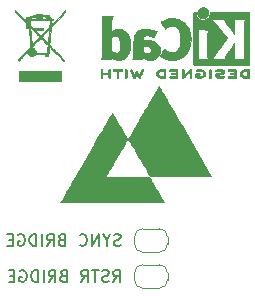
<source format=gbr>
%TF.GenerationSoftware,KiCad,Pcbnew,(6.0.6-1)-1*%
%TF.CreationDate,2022-08-24T14:22:51-07:00*%
%TF.ProjectId,VIO-Board-rounded,56494f2d-426f-4617-9264-2d726f756e64,rev?*%
%TF.SameCoordinates,Original*%
%TF.FileFunction,Legend,Bot*%
%TF.FilePolarity,Positive*%
%FSLAX46Y46*%
G04 Gerber Fmt 4.6, Leading zero omitted, Abs format (unit mm)*
G04 Created by KiCad (PCBNEW (6.0.6-1)-1) date 2022-08-24 14:22:51*
%MOMM*%
%LPD*%
G01*
G04 APERTURE LIST*
%ADD10C,0.150000*%
%ADD11C,0.010000*%
%ADD12C,0.120000*%
G04 APERTURE END LIST*
D10*
X75150023Y-78636761D02*
X75007166Y-78684380D01*
X74769071Y-78684380D01*
X74673833Y-78636761D01*
X74626214Y-78589142D01*
X74578595Y-78493904D01*
X74578595Y-78398666D01*
X74626214Y-78303428D01*
X74673833Y-78255809D01*
X74769071Y-78208190D01*
X74959547Y-78160571D01*
X75054785Y-78112952D01*
X75102404Y-78065333D01*
X75150023Y-77970095D01*
X75150023Y-77874857D01*
X75102404Y-77779619D01*
X75054785Y-77732000D01*
X74959547Y-77684380D01*
X74721452Y-77684380D01*
X74578595Y-77732000D01*
X73959547Y-78208190D02*
X73959547Y-78684380D01*
X74292880Y-77684380D02*
X73959547Y-78208190D01*
X73626214Y-77684380D01*
X73292880Y-78684380D02*
X73292880Y-77684380D01*
X72721452Y-78684380D01*
X72721452Y-77684380D01*
X71673833Y-78589142D02*
X71721452Y-78636761D01*
X71864309Y-78684380D01*
X71959547Y-78684380D01*
X72102404Y-78636761D01*
X72197642Y-78541523D01*
X72245261Y-78446285D01*
X72292880Y-78255809D01*
X72292880Y-78112952D01*
X72245261Y-77922476D01*
X72197642Y-77827238D01*
X72102404Y-77732000D01*
X71959547Y-77684380D01*
X71864309Y-77684380D01*
X71721452Y-77732000D01*
X71673833Y-77779619D01*
X70150023Y-78160571D02*
X70007166Y-78208190D01*
X69959547Y-78255809D01*
X69911928Y-78351047D01*
X69911928Y-78493904D01*
X69959547Y-78589142D01*
X70007166Y-78636761D01*
X70102404Y-78684380D01*
X70483357Y-78684380D01*
X70483357Y-77684380D01*
X70150023Y-77684380D01*
X70054785Y-77732000D01*
X70007166Y-77779619D01*
X69959547Y-77874857D01*
X69959547Y-77970095D01*
X70007166Y-78065333D01*
X70054785Y-78112952D01*
X70150023Y-78160571D01*
X70483357Y-78160571D01*
X68911928Y-78684380D02*
X69245261Y-78208190D01*
X69483357Y-78684380D02*
X69483357Y-77684380D01*
X69102404Y-77684380D01*
X69007166Y-77732000D01*
X68959547Y-77779619D01*
X68911928Y-77874857D01*
X68911928Y-78017714D01*
X68959547Y-78112952D01*
X69007166Y-78160571D01*
X69102404Y-78208190D01*
X69483357Y-78208190D01*
X68483357Y-78684380D02*
X68483357Y-77684380D01*
X68007166Y-78684380D02*
X68007166Y-77684380D01*
X67769071Y-77684380D01*
X67626214Y-77732000D01*
X67530976Y-77827238D01*
X67483357Y-77922476D01*
X67435738Y-78112952D01*
X67435738Y-78255809D01*
X67483357Y-78446285D01*
X67530976Y-78541523D01*
X67626214Y-78636761D01*
X67769071Y-78684380D01*
X68007166Y-78684380D01*
X66483357Y-77732000D02*
X66578595Y-77684380D01*
X66721452Y-77684380D01*
X66864309Y-77732000D01*
X66959547Y-77827238D01*
X67007166Y-77922476D01*
X67054785Y-78112952D01*
X67054785Y-78255809D01*
X67007166Y-78446285D01*
X66959547Y-78541523D01*
X66864309Y-78636761D01*
X66721452Y-78684380D01*
X66626214Y-78684380D01*
X66483357Y-78636761D01*
X66435738Y-78589142D01*
X66435738Y-78255809D01*
X66626214Y-78255809D01*
X66007166Y-78160571D02*
X65673833Y-78160571D01*
X65530976Y-78684380D02*
X66007166Y-78684380D01*
X66007166Y-77684380D01*
X65530976Y-77684380D01*
X74530976Y-81732380D02*
X74864309Y-81256190D01*
X75102404Y-81732380D02*
X75102404Y-80732380D01*
X74721452Y-80732380D01*
X74626214Y-80780000D01*
X74578595Y-80827619D01*
X74530976Y-80922857D01*
X74530976Y-81065714D01*
X74578595Y-81160952D01*
X74626214Y-81208571D01*
X74721452Y-81256190D01*
X75102404Y-81256190D01*
X74150023Y-81684761D02*
X74007166Y-81732380D01*
X73769071Y-81732380D01*
X73673833Y-81684761D01*
X73626214Y-81637142D01*
X73578595Y-81541904D01*
X73578595Y-81446666D01*
X73626214Y-81351428D01*
X73673833Y-81303809D01*
X73769071Y-81256190D01*
X73959547Y-81208571D01*
X74054785Y-81160952D01*
X74102404Y-81113333D01*
X74150023Y-81018095D01*
X74150023Y-80922857D01*
X74102404Y-80827619D01*
X74054785Y-80780000D01*
X73959547Y-80732380D01*
X73721452Y-80732380D01*
X73578595Y-80780000D01*
X73292880Y-80732380D02*
X72721452Y-80732380D01*
X73007166Y-81732380D02*
X73007166Y-80732380D01*
X71816690Y-81732380D02*
X72150023Y-81256190D01*
X72388119Y-81732380D02*
X72388119Y-80732380D01*
X72007166Y-80732380D01*
X71911928Y-80780000D01*
X71864309Y-80827619D01*
X71816690Y-80922857D01*
X71816690Y-81065714D01*
X71864309Y-81160952D01*
X71911928Y-81208571D01*
X72007166Y-81256190D01*
X72388119Y-81256190D01*
X70292880Y-81208571D02*
X70150023Y-81256190D01*
X70102404Y-81303809D01*
X70054785Y-81399047D01*
X70054785Y-81541904D01*
X70102404Y-81637142D01*
X70150023Y-81684761D01*
X70245261Y-81732380D01*
X70626214Y-81732380D01*
X70626214Y-80732380D01*
X70292880Y-80732380D01*
X70197642Y-80780000D01*
X70150023Y-80827619D01*
X70102404Y-80922857D01*
X70102404Y-81018095D01*
X70150023Y-81113333D01*
X70197642Y-81160952D01*
X70292880Y-81208571D01*
X70626214Y-81208571D01*
X69054785Y-81732380D02*
X69388119Y-81256190D01*
X69626214Y-81732380D02*
X69626214Y-80732380D01*
X69245261Y-80732380D01*
X69150023Y-80780000D01*
X69102404Y-80827619D01*
X69054785Y-80922857D01*
X69054785Y-81065714D01*
X69102404Y-81160952D01*
X69150023Y-81208571D01*
X69245261Y-81256190D01*
X69626214Y-81256190D01*
X68626214Y-81732380D02*
X68626214Y-80732380D01*
X68150023Y-81732380D02*
X68150023Y-80732380D01*
X67911928Y-80732380D01*
X67769071Y-80780000D01*
X67673833Y-80875238D01*
X67626214Y-80970476D01*
X67578595Y-81160952D01*
X67578595Y-81303809D01*
X67626214Y-81494285D01*
X67673833Y-81589523D01*
X67769071Y-81684761D01*
X67911928Y-81732380D01*
X68150023Y-81732380D01*
X66626214Y-80780000D02*
X66721452Y-80732380D01*
X66864309Y-80732380D01*
X67007166Y-80780000D01*
X67102404Y-80875238D01*
X67150023Y-80970476D01*
X67197642Y-81160952D01*
X67197642Y-81303809D01*
X67150023Y-81494285D01*
X67102404Y-81589523D01*
X67007166Y-81684761D01*
X66864309Y-81732380D01*
X66769071Y-81732380D01*
X66626214Y-81684761D01*
X66578595Y-81637142D01*
X66578595Y-81303809D01*
X66769071Y-81303809D01*
X66150023Y-81208571D02*
X65816690Y-81208571D01*
X65673833Y-81732380D02*
X66150023Y-81732380D01*
X66150023Y-80732380D01*
X65673833Y-80732380D01*
%TO.C,REF\u002A\u002A*%
G36*
X78939163Y-64381175D02*
G01*
X78936235Y-64404095D01*
X78932158Y-64419897D01*
X78926743Y-64431319D01*
X78919803Y-64441100D01*
X78896406Y-64470845D01*
X78730714Y-64470251D01*
X78695918Y-64469953D01*
X78597435Y-64466522D01*
X78516473Y-64458839D01*
X78449379Y-64446282D01*
X78392496Y-64428227D01*
X78342169Y-64404052D01*
X78338810Y-64402135D01*
X78280998Y-64365417D01*
X78238644Y-64328451D01*
X78205828Y-64284966D01*
X78176628Y-64228689D01*
X78172346Y-64219073D01*
X78149769Y-64155887D01*
X78144034Y-64110333D01*
X78293279Y-64110333D01*
X78298892Y-64135061D01*
X78304618Y-64150939D01*
X78337548Y-64210847D01*
X78384886Y-64256600D01*
X78448652Y-64289736D01*
X78530861Y-64311790D01*
X78533655Y-64312292D01*
X78579940Y-64318255D01*
X78636336Y-64322483D01*
X78691274Y-64324089D01*
X78785156Y-64324089D01*
X78785156Y-63883822D01*
X78697667Y-63884270D01*
X78630747Y-63886746D01*
X78538349Y-63897998D01*
X78459034Y-63917537D01*
X78397060Y-63944511D01*
X78366120Y-63965240D01*
X78338000Y-63995006D01*
X78314660Y-64037434D01*
X78307533Y-64053400D01*
X78295709Y-64085902D01*
X78293279Y-64110333D01*
X78144034Y-64110333D01*
X78142797Y-64100509D01*
X78151399Y-64045483D01*
X78175541Y-63983351D01*
X78176337Y-63981658D01*
X78216788Y-63912236D01*
X78267473Y-63855638D01*
X78330198Y-63811070D01*
X78406774Y-63777741D01*
X78499009Y-63754861D01*
X78608712Y-63741636D01*
X78737691Y-63737275D01*
X78741263Y-63737270D01*
X78801283Y-63737410D01*
X78843214Y-63738446D01*
X78871328Y-63741040D01*
X78889897Y-63745853D01*
X78903194Y-63753544D01*
X78915491Y-63764776D01*
X78943200Y-63792485D01*
X78943200Y-64101920D01*
X78943175Y-64163526D01*
X78942950Y-64242311D01*
X78942332Y-64303021D01*
X78941775Y-64324089D01*
X78941133Y-64348396D01*
X78939163Y-64381175D01*
G37*
D11*
X78939163Y-64381175D02*
X78936235Y-64404095D01*
X78932158Y-64419897D01*
X78926743Y-64431319D01*
X78919803Y-64441100D01*
X78896406Y-64470845D01*
X78730714Y-64470251D01*
X78695918Y-64469953D01*
X78597435Y-64466522D01*
X78516473Y-64458839D01*
X78449379Y-64446282D01*
X78392496Y-64428227D01*
X78342169Y-64404052D01*
X78338810Y-64402135D01*
X78280998Y-64365417D01*
X78238644Y-64328451D01*
X78205828Y-64284966D01*
X78176628Y-64228689D01*
X78172346Y-64219073D01*
X78149769Y-64155887D01*
X78144034Y-64110333D01*
X78293279Y-64110333D01*
X78298892Y-64135061D01*
X78304618Y-64150939D01*
X78337548Y-64210847D01*
X78384886Y-64256600D01*
X78448652Y-64289736D01*
X78530861Y-64311790D01*
X78533655Y-64312292D01*
X78579940Y-64318255D01*
X78636336Y-64322483D01*
X78691274Y-64324089D01*
X78785156Y-64324089D01*
X78785156Y-63883822D01*
X78697667Y-63884270D01*
X78630747Y-63886746D01*
X78538349Y-63897998D01*
X78459034Y-63917537D01*
X78397060Y-63944511D01*
X78366120Y-63965240D01*
X78338000Y-63995006D01*
X78314660Y-64037434D01*
X78307533Y-64053400D01*
X78295709Y-64085902D01*
X78293279Y-64110333D01*
X78144034Y-64110333D01*
X78142797Y-64100509D01*
X78151399Y-64045483D01*
X78175541Y-63983351D01*
X78176337Y-63981658D01*
X78216788Y-63912236D01*
X78267473Y-63855638D01*
X78330198Y-63811070D01*
X78406774Y-63777741D01*
X78499009Y-63754861D01*
X78608712Y-63741636D01*
X78737691Y-63737275D01*
X78741263Y-63737270D01*
X78801283Y-63737410D01*
X78843214Y-63738446D01*
X78871328Y-63741040D01*
X78889897Y-63745853D01*
X78903194Y-63753544D01*
X78915491Y-63764776D01*
X78943200Y-63792485D01*
X78943200Y-64101920D01*
X78943175Y-64163526D01*
X78942950Y-64242311D01*
X78942332Y-64303021D01*
X78941775Y-64324089D01*
X78941133Y-64348396D01*
X78939163Y-64381175D01*
G36*
X84612734Y-63737083D02*
G01*
X84689831Y-63737275D01*
X84748777Y-63737860D01*
X84792364Y-63739051D01*
X84823383Y-63741064D01*
X84844625Y-63744112D01*
X84858882Y-63748409D01*
X84868945Y-63754172D01*
X84877606Y-63761612D01*
X84879391Y-63763293D01*
X84886635Y-63770832D01*
X84892277Y-63779850D01*
X84896517Y-63792984D01*
X84899556Y-63812872D01*
X84901594Y-63842151D01*
X84902830Y-63883458D01*
X84903465Y-63939431D01*
X84903700Y-64012707D01*
X84903734Y-64105923D01*
X84903697Y-64178713D01*
X84903448Y-64256889D01*
X84902812Y-64317103D01*
X84901615Y-64361982D01*
X84899684Y-64394152D01*
X84896846Y-64416239D01*
X84892927Y-64430870D01*
X84887755Y-64440670D01*
X84881156Y-64448267D01*
X84877822Y-64451444D01*
X84869300Y-64457554D01*
X84857298Y-64462229D01*
X84839087Y-64465659D01*
X84811940Y-64468036D01*
X84773129Y-64469552D01*
X84719924Y-64470398D01*
X84649598Y-64470765D01*
X84559422Y-64470845D01*
X84517314Y-64470833D01*
X84436167Y-64470651D01*
X84373675Y-64470098D01*
X84327109Y-64468982D01*
X84293741Y-64467113D01*
X84270844Y-64464298D01*
X84255688Y-64460346D01*
X84245546Y-64455066D01*
X84237689Y-64448267D01*
X84222963Y-64426667D01*
X84215111Y-64397467D01*
X84220610Y-64373560D01*
X84237689Y-64346667D01*
X84242668Y-64342059D01*
X84252443Y-64335772D01*
X84266559Y-64331146D01*
X84288054Y-64327930D01*
X84319968Y-64325870D01*
X84365342Y-64324712D01*
X84427213Y-64324202D01*
X84508622Y-64324089D01*
X84756978Y-64324089D01*
X84756978Y-64166045D01*
X84595801Y-64166045D01*
X84559983Y-64165899D01*
X84494359Y-64164176D01*
X84447118Y-64159741D01*
X84415383Y-64151637D01*
X84396277Y-64138906D01*
X84386923Y-64120592D01*
X84384445Y-64095738D01*
X84385242Y-64075482D01*
X84390494Y-64053656D01*
X84403288Y-64038304D01*
X84426628Y-64028309D01*
X84463517Y-64022553D01*
X84516959Y-64019919D01*
X84589958Y-64019289D01*
X84758105Y-64019289D01*
X84754719Y-63954378D01*
X84751334Y-63889467D01*
X84503617Y-63886418D01*
X84441026Y-63885539D01*
X84372565Y-63884095D01*
X84321661Y-63882164D01*
X84285408Y-63879514D01*
X84260901Y-63875910D01*
X84245235Y-63871121D01*
X84235506Y-63864913D01*
X84229491Y-63858510D01*
X84216482Y-63826828D01*
X84220043Y-63791142D01*
X84239818Y-63760084D01*
X84243069Y-63757161D01*
X84252049Y-63750810D01*
X84264153Y-63745957D01*
X84282159Y-63742403D01*
X84308847Y-63739946D01*
X84346997Y-63738385D01*
X84399386Y-63737518D01*
X84468794Y-63737146D01*
X84558001Y-63737067D01*
X84612734Y-63737083D01*
G37*
X84612734Y-63737083D02*
X84689831Y-63737275D01*
X84748777Y-63737860D01*
X84792364Y-63739051D01*
X84823383Y-63741064D01*
X84844625Y-63744112D01*
X84858882Y-63748409D01*
X84868945Y-63754172D01*
X84877606Y-63761612D01*
X84879391Y-63763293D01*
X84886635Y-63770832D01*
X84892277Y-63779850D01*
X84896517Y-63792984D01*
X84899556Y-63812872D01*
X84901594Y-63842151D01*
X84902830Y-63883458D01*
X84903465Y-63939431D01*
X84903700Y-64012707D01*
X84903734Y-64105923D01*
X84903697Y-64178713D01*
X84903448Y-64256889D01*
X84902812Y-64317103D01*
X84901615Y-64361982D01*
X84899684Y-64394152D01*
X84896846Y-64416239D01*
X84892927Y-64430870D01*
X84887755Y-64440670D01*
X84881156Y-64448267D01*
X84877822Y-64451444D01*
X84869300Y-64457554D01*
X84857298Y-64462229D01*
X84839087Y-64465659D01*
X84811940Y-64468036D01*
X84773129Y-64469552D01*
X84719924Y-64470398D01*
X84649598Y-64470765D01*
X84559422Y-64470845D01*
X84517314Y-64470833D01*
X84436167Y-64470651D01*
X84373675Y-64470098D01*
X84327109Y-64468982D01*
X84293741Y-64467113D01*
X84270844Y-64464298D01*
X84255688Y-64460346D01*
X84245546Y-64455066D01*
X84237689Y-64448267D01*
X84222963Y-64426667D01*
X84215111Y-64397467D01*
X84220610Y-64373560D01*
X84237689Y-64346667D01*
X84242668Y-64342059D01*
X84252443Y-64335772D01*
X84266559Y-64331146D01*
X84288054Y-64327930D01*
X84319968Y-64325870D01*
X84365342Y-64324712D01*
X84427213Y-64324202D01*
X84508622Y-64324089D01*
X84756978Y-64324089D01*
X84756978Y-64166045D01*
X84595801Y-64166045D01*
X84559983Y-64165899D01*
X84494359Y-64164176D01*
X84447118Y-64159741D01*
X84415383Y-64151637D01*
X84396277Y-64138906D01*
X84386923Y-64120592D01*
X84384445Y-64095738D01*
X84385242Y-64075482D01*
X84390494Y-64053656D01*
X84403288Y-64038304D01*
X84426628Y-64028309D01*
X84463517Y-64022553D01*
X84516959Y-64019919D01*
X84589958Y-64019289D01*
X84758105Y-64019289D01*
X84754719Y-63954378D01*
X84751334Y-63889467D01*
X84503617Y-63886418D01*
X84441026Y-63885539D01*
X84372565Y-63884095D01*
X84321661Y-63882164D01*
X84285408Y-63879514D01*
X84260901Y-63875910D01*
X84245235Y-63871121D01*
X84235506Y-63864913D01*
X84229491Y-63858510D01*
X84216482Y-63826828D01*
X84220043Y-63791142D01*
X84239818Y-63760084D01*
X84243069Y-63757161D01*
X84252049Y-63750810D01*
X84264153Y-63745957D01*
X84282159Y-63742403D01*
X84308847Y-63739946D01*
X84346997Y-63738385D01*
X84399386Y-63737518D01*
X84468794Y-63737146D01*
X84558001Y-63737067D01*
X84612734Y-63737083D01*
G36*
X81885150Y-63742179D02*
G01*
X81991157Y-63758494D01*
X82084969Y-63786545D01*
X82163765Y-63825452D01*
X82224719Y-63874334D01*
X82250789Y-63907195D01*
X82280297Y-63956394D01*
X82305568Y-64010252D01*
X82323218Y-64061419D01*
X82329858Y-64102544D01*
X82328298Y-64122259D01*
X82315357Y-64173592D01*
X82292194Y-64230118D01*
X82262302Y-64284035D01*
X82229173Y-64327539D01*
X82218977Y-64337887D01*
X82151892Y-64389662D01*
X82071766Y-64429554D01*
X81985556Y-64453956D01*
X81930592Y-64462068D01*
X81837139Y-64468673D01*
X81747358Y-64466586D01*
X81664869Y-64456340D01*
X81593286Y-64438470D01*
X81536228Y-64413508D01*
X81497311Y-64381988D01*
X81495936Y-64380012D01*
X81488848Y-64354786D01*
X81484609Y-64307535D01*
X81483200Y-64238071D01*
X81484060Y-64175838D01*
X81488780Y-64128456D01*
X81500470Y-64096353D01*
X81522239Y-64076800D01*
X81557198Y-64067070D01*
X81608456Y-64064433D01*
X81679123Y-64066161D01*
X81727743Y-64069173D01*
X81777939Y-64077366D01*
X81810433Y-64091419D01*
X81827892Y-64112654D01*
X81832983Y-64142394D01*
X81832877Y-64146936D01*
X81824175Y-64181730D01*
X81800165Y-64205147D01*
X81758900Y-64218347D01*
X81698431Y-64222489D01*
X81629956Y-64222489D01*
X81629956Y-64260841D01*
X81630006Y-64269976D01*
X81632227Y-64287227D01*
X81641494Y-64297521D01*
X81662875Y-64304459D01*
X81701436Y-64311641D01*
X81706910Y-64312575D01*
X81803860Y-64322478D01*
X81893852Y-64319559D01*
X81974760Y-64304829D01*
X82044459Y-64279299D01*
X82100824Y-64243978D01*
X82141729Y-64199879D01*
X82165051Y-64148012D01*
X82168663Y-64089388D01*
X82163145Y-64060494D01*
X82136461Y-64004604D01*
X82090273Y-63958945D01*
X82025291Y-63924108D01*
X81942229Y-63900690D01*
X81917555Y-63896241D01*
X81828226Y-63885742D01*
X81748419Y-63886971D01*
X81670326Y-63899906D01*
X81635183Y-63906696D01*
X81589745Y-63907713D01*
X81558430Y-63895182D01*
X81538277Y-63868395D01*
X81531893Y-63840148D01*
X81541379Y-63808924D01*
X81550708Y-63795499D01*
X81584943Y-63771967D01*
X81637565Y-63754095D01*
X81706081Y-63742599D01*
X81788000Y-63738192D01*
X81885150Y-63742179D01*
G37*
X81885150Y-63742179D02*
X81991157Y-63758494D01*
X82084969Y-63786545D01*
X82163765Y-63825452D01*
X82224719Y-63874334D01*
X82250789Y-63907195D01*
X82280297Y-63956394D01*
X82305568Y-64010252D01*
X82323218Y-64061419D01*
X82329858Y-64102544D01*
X82328298Y-64122259D01*
X82315357Y-64173592D01*
X82292194Y-64230118D01*
X82262302Y-64284035D01*
X82229173Y-64327539D01*
X82218977Y-64337887D01*
X82151892Y-64389662D01*
X82071766Y-64429554D01*
X81985556Y-64453956D01*
X81930592Y-64462068D01*
X81837139Y-64468673D01*
X81747358Y-64466586D01*
X81664869Y-64456340D01*
X81593286Y-64438470D01*
X81536228Y-64413508D01*
X81497311Y-64381988D01*
X81495936Y-64380012D01*
X81488848Y-64354786D01*
X81484609Y-64307535D01*
X81483200Y-64238071D01*
X81484060Y-64175838D01*
X81488780Y-64128456D01*
X81500470Y-64096353D01*
X81522239Y-64076800D01*
X81557198Y-64067070D01*
X81608456Y-64064433D01*
X81679123Y-64066161D01*
X81727743Y-64069173D01*
X81777939Y-64077366D01*
X81810433Y-64091419D01*
X81827892Y-64112654D01*
X81832983Y-64142394D01*
X81832877Y-64146936D01*
X81824175Y-64181730D01*
X81800165Y-64205147D01*
X81758900Y-64218347D01*
X81698431Y-64222489D01*
X81629956Y-64222489D01*
X81629956Y-64260841D01*
X81630006Y-64269976D01*
X81632227Y-64287227D01*
X81641494Y-64297521D01*
X81662875Y-64304459D01*
X81701436Y-64311641D01*
X81706910Y-64312575D01*
X81803860Y-64322478D01*
X81893852Y-64319559D01*
X81974760Y-64304829D01*
X82044459Y-64279299D01*
X82100824Y-64243978D01*
X82141729Y-64199879D01*
X82165051Y-64148012D01*
X82168663Y-64089388D01*
X82163145Y-64060494D01*
X82136461Y-64004604D01*
X82090273Y-63958945D01*
X82025291Y-63924108D01*
X81942229Y-63900690D01*
X81917555Y-63896241D01*
X81828226Y-63885742D01*
X81748419Y-63886971D01*
X81670326Y-63899906D01*
X81635183Y-63906696D01*
X81589745Y-63907713D01*
X81558430Y-63895182D01*
X81538277Y-63868395D01*
X81531893Y-63840148D01*
X81541379Y-63808924D01*
X81550708Y-63795499D01*
X81584943Y-63771967D01*
X81637565Y-63754095D01*
X81706081Y-63742599D01*
X81788000Y-63738192D01*
X81885150Y-63742179D01*
G36*
X79744711Y-59430033D02*
G01*
X79840268Y-59447523D01*
X80004558Y-59492564D01*
X80158589Y-59555656D01*
X80304509Y-59637915D01*
X80444466Y-59740457D01*
X80580608Y-59864399D01*
X80624473Y-59909661D01*
X80736758Y-60041865D01*
X80829972Y-60179832D01*
X80906719Y-60327750D01*
X80969603Y-60489803D01*
X80973420Y-60501391D01*
X81023507Y-60687392D01*
X81056899Y-60883521D01*
X81073584Y-61085568D01*
X81073551Y-61289325D01*
X81056791Y-61490581D01*
X81023292Y-61685128D01*
X80973044Y-61868756D01*
X80929190Y-61986053D01*
X80851348Y-62148951D01*
X80757828Y-62302866D01*
X80650822Y-62444671D01*
X80532519Y-62571239D01*
X80405111Y-62679441D01*
X80327606Y-62732120D01*
X80200725Y-62801750D01*
X80063243Y-62860468D01*
X79921716Y-62905587D01*
X79782702Y-62934422D01*
X79768597Y-62936106D01*
X79725153Y-62939434D01*
X79667723Y-62942275D01*
X79602122Y-62944373D01*
X79534167Y-62945468D01*
X79407378Y-62943140D01*
X79259673Y-62930136D01*
X79121779Y-62905133D01*
X78988014Y-62867318D01*
X78964562Y-62858889D01*
X78916612Y-62839408D01*
X78860140Y-62814473D01*
X78798379Y-62785722D01*
X78734563Y-62754790D01*
X78671926Y-62723315D01*
X78613703Y-62692934D01*
X78563127Y-62665283D01*
X78523433Y-62641999D01*
X78497854Y-62624718D01*
X78489625Y-62615079D01*
X78491076Y-62611984D01*
X78502250Y-62592079D01*
X78523134Y-62556420D01*
X78552265Y-62507459D01*
X78588181Y-62447646D01*
X78629420Y-62379433D01*
X78674517Y-62305271D01*
X78855785Y-62008008D01*
X78902315Y-62052539D01*
X78993723Y-62130865D01*
X79107334Y-62205439D01*
X79225122Y-62259474D01*
X79345559Y-62292290D01*
X79467117Y-62303211D01*
X79508585Y-62301868D01*
X79626080Y-62283612D01*
X79736089Y-62244617D01*
X79837430Y-62185670D01*
X79928921Y-62107557D01*
X80009380Y-62011064D01*
X80077627Y-61896978D01*
X80093908Y-61862724D01*
X80139982Y-61739240D01*
X80175106Y-61600918D01*
X80199197Y-61451561D01*
X80212173Y-61294973D01*
X80213949Y-61134956D01*
X80204443Y-60975314D01*
X80183572Y-60819850D01*
X80151252Y-60672366D01*
X80107399Y-60536667D01*
X80069982Y-60450076D01*
X80005185Y-60336688D01*
X79929772Y-60243070D01*
X79843418Y-60168959D01*
X79745795Y-60114094D01*
X79636577Y-60078212D01*
X79515439Y-60061051D01*
X79446038Y-60059880D01*
X79323168Y-60074141D01*
X79207664Y-60109241D01*
X79100953Y-60164682D01*
X79004464Y-60239964D01*
X78988720Y-60254440D01*
X78958150Y-60280962D01*
X78935809Y-60298138D01*
X78925691Y-60302787D01*
X78923706Y-60300597D01*
X78909241Y-60281721D01*
X78885400Y-60248397D01*
X78854029Y-60203380D01*
X78816974Y-60149425D01*
X78776083Y-60089285D01*
X78733202Y-60025718D01*
X78690178Y-59961476D01*
X78648857Y-59899315D01*
X78611086Y-59841991D01*
X78578712Y-59792257D01*
X78553582Y-59752868D01*
X78537542Y-59726580D01*
X78532439Y-59716147D01*
X78537050Y-59711941D01*
X78556267Y-59706933D01*
X78565838Y-59704386D01*
X78593809Y-59693249D01*
X78635448Y-59674802D01*
X78686995Y-59650725D01*
X78744690Y-59622699D01*
X78755957Y-59617154D01*
X78933687Y-59537889D01*
X79103490Y-59478385D01*
X79267430Y-59438245D01*
X79427571Y-59417071D01*
X79585977Y-59414466D01*
X79744711Y-59430033D01*
G37*
X79744711Y-59430033D02*
X79840268Y-59447523D01*
X80004558Y-59492564D01*
X80158589Y-59555656D01*
X80304509Y-59637915D01*
X80444466Y-59740457D01*
X80580608Y-59864399D01*
X80624473Y-59909661D01*
X80736758Y-60041865D01*
X80829972Y-60179832D01*
X80906719Y-60327750D01*
X80969603Y-60489803D01*
X80973420Y-60501391D01*
X81023507Y-60687392D01*
X81056899Y-60883521D01*
X81073584Y-61085568D01*
X81073551Y-61289325D01*
X81056791Y-61490581D01*
X81023292Y-61685128D01*
X80973044Y-61868756D01*
X80929190Y-61986053D01*
X80851348Y-62148951D01*
X80757828Y-62302866D01*
X80650822Y-62444671D01*
X80532519Y-62571239D01*
X80405111Y-62679441D01*
X80327606Y-62732120D01*
X80200725Y-62801750D01*
X80063243Y-62860468D01*
X79921716Y-62905587D01*
X79782702Y-62934422D01*
X79768597Y-62936106D01*
X79725153Y-62939434D01*
X79667723Y-62942275D01*
X79602122Y-62944373D01*
X79534167Y-62945468D01*
X79407378Y-62943140D01*
X79259673Y-62930136D01*
X79121779Y-62905133D01*
X78988014Y-62867318D01*
X78964562Y-62858889D01*
X78916612Y-62839408D01*
X78860140Y-62814473D01*
X78798379Y-62785722D01*
X78734563Y-62754790D01*
X78671926Y-62723315D01*
X78613703Y-62692934D01*
X78563127Y-62665283D01*
X78523433Y-62641999D01*
X78497854Y-62624718D01*
X78489625Y-62615079D01*
X78491076Y-62611984D01*
X78502250Y-62592079D01*
X78523134Y-62556420D01*
X78552265Y-62507459D01*
X78588181Y-62447646D01*
X78629420Y-62379433D01*
X78674517Y-62305271D01*
X78855785Y-62008008D01*
X78902315Y-62052539D01*
X78993723Y-62130865D01*
X79107334Y-62205439D01*
X79225122Y-62259474D01*
X79345559Y-62292290D01*
X79467117Y-62303211D01*
X79508585Y-62301868D01*
X79626080Y-62283612D01*
X79736089Y-62244617D01*
X79837430Y-62185670D01*
X79928921Y-62107557D01*
X80009380Y-62011064D01*
X80077627Y-61896978D01*
X80093908Y-61862724D01*
X80139982Y-61739240D01*
X80175106Y-61600918D01*
X80199197Y-61451561D01*
X80212173Y-61294973D01*
X80213949Y-61134956D01*
X80204443Y-60975314D01*
X80183572Y-60819850D01*
X80151252Y-60672366D01*
X80107399Y-60536667D01*
X80069982Y-60450076D01*
X80005185Y-60336688D01*
X79929772Y-60243070D01*
X79843418Y-60168959D01*
X79745795Y-60114094D01*
X79636577Y-60078212D01*
X79515439Y-60061051D01*
X79446038Y-60059880D01*
X79323168Y-60074141D01*
X79207664Y-60109241D01*
X79100953Y-60164682D01*
X79004464Y-60239964D01*
X78988720Y-60254440D01*
X78958150Y-60280962D01*
X78935809Y-60298138D01*
X78925691Y-60302787D01*
X78923706Y-60300597D01*
X78909241Y-60281721D01*
X78885400Y-60248397D01*
X78854029Y-60203380D01*
X78816974Y-60149425D01*
X78776083Y-60089285D01*
X78733202Y-60025718D01*
X78690178Y-59961476D01*
X78648857Y-59899315D01*
X78611086Y-59841991D01*
X78578712Y-59792257D01*
X78553582Y-59752868D01*
X78537542Y-59726580D01*
X78532439Y-59716147D01*
X78537050Y-59711941D01*
X78556267Y-59706933D01*
X78565838Y-59704386D01*
X78593809Y-59693249D01*
X78635448Y-59674802D01*
X78686995Y-59650725D01*
X78744690Y-59622699D01*
X78755957Y-59617154D01*
X78933687Y-59537889D01*
X79103490Y-59478385D01*
X79267430Y-59438245D01*
X79427571Y-59417071D01*
X79585977Y-59414466D01*
X79744711Y-59430033D01*
G36*
X75941268Y-61788158D02*
G01*
X75932689Y-61939594D01*
X75913833Y-62076283D01*
X75883837Y-62202276D01*
X75841836Y-62321625D01*
X75786969Y-62438381D01*
X75720167Y-62549179D01*
X75629363Y-62662739D01*
X75525708Y-62758211D01*
X75409887Y-62835073D01*
X75282586Y-62892797D01*
X75144489Y-62930858D01*
X75106793Y-62936666D01*
X75027752Y-62942396D01*
X74939629Y-62942583D01*
X74850236Y-62937539D01*
X74767384Y-62927578D01*
X74698887Y-62913012D01*
X74668035Y-62903364D01*
X74590730Y-62873123D01*
X74513679Y-62835617D01*
X74444200Y-62794614D01*
X74389615Y-62753879D01*
X74366916Y-62734505D01*
X74344201Y-62716662D01*
X74332779Y-62709778D01*
X74331537Y-62711424D01*
X74328728Y-62729205D01*
X74326776Y-62762370D01*
X74326045Y-62805733D01*
X74326045Y-62901689D01*
X73467896Y-62901689D01*
X73502161Y-62840974D01*
X73507355Y-62831868D01*
X73515715Y-62817249D01*
X73523288Y-62803173D01*
X73530112Y-62788540D01*
X73536227Y-62772249D01*
X73541673Y-62753198D01*
X73546487Y-62730286D01*
X73550708Y-62702413D01*
X73554377Y-62668478D01*
X73557531Y-62627379D01*
X73560211Y-62578015D01*
X73562454Y-62519286D01*
X73564299Y-62450090D01*
X73565787Y-62369326D01*
X73566955Y-62275894D01*
X73567678Y-62188721D01*
X74371200Y-62188721D01*
X74441756Y-62235089D01*
X74482417Y-62258791D01*
X74536546Y-62284639D01*
X74585689Y-62302829D01*
X74649165Y-62318551D01*
X74745331Y-62329541D01*
X74829900Y-62321365D01*
X74903219Y-62293805D01*
X74965637Y-62246642D01*
X75017502Y-62179658D01*
X75059160Y-62092633D01*
X75090962Y-61985350D01*
X75093545Y-61973009D01*
X75102000Y-61911772D01*
X75107663Y-61834692D01*
X75110576Y-61747002D01*
X75110783Y-61653934D01*
X75108330Y-61560720D01*
X75103261Y-61472594D01*
X75095619Y-61394788D01*
X75085448Y-61332533D01*
X75084167Y-61326666D01*
X75055126Y-61216121D01*
X75020610Y-61125575D01*
X74979456Y-61052953D01*
X74930499Y-60996181D01*
X74872574Y-60953184D01*
X74840620Y-60937615D01*
X74767784Y-60918722D01*
X74686443Y-60915465D01*
X74601319Y-60927389D01*
X74517133Y-60954040D01*
X74438608Y-60994962D01*
X74371200Y-61038530D01*
X74371200Y-62188721D01*
X73567678Y-62188721D01*
X73567844Y-62168692D01*
X73568491Y-62046620D01*
X73568936Y-61908576D01*
X73569218Y-61753459D01*
X73569375Y-61580168D01*
X73569448Y-61387603D01*
X73569474Y-61174662D01*
X73569493Y-60940245D01*
X73569689Y-59255378D01*
X74475017Y-59255378D01*
X74450585Y-59292067D01*
X74444318Y-59301647D01*
X74418208Y-59347981D01*
X74400469Y-59395102D01*
X74388908Y-59450251D01*
X74381331Y-59520667D01*
X74380839Y-59527650D01*
X74379062Y-59565641D01*
X74377444Y-59619576D01*
X74375999Y-59686703D01*
X74374740Y-59764271D01*
X74373680Y-59849528D01*
X74372829Y-59939724D01*
X74372203Y-60032107D01*
X74371812Y-60123925D01*
X74371670Y-60212427D01*
X74371790Y-60294862D01*
X74372183Y-60368479D01*
X74372862Y-60430526D01*
X74373841Y-60478251D01*
X74375132Y-60508904D01*
X74376747Y-60519733D01*
X74384957Y-60515333D01*
X74406647Y-60500362D01*
X74436014Y-60478448D01*
X74484879Y-60444236D01*
X74573125Y-60397714D01*
X74671916Y-60364046D01*
X74784510Y-60342231D01*
X74914164Y-60331265D01*
X75006670Y-60330219D01*
X75128011Y-60340014D01*
X75238099Y-60364174D01*
X75341389Y-60403785D01*
X75442338Y-60459932D01*
X75487503Y-60490883D01*
X75592911Y-60582115D01*
X75684538Y-60691106D01*
X75762332Y-60817726D01*
X75826241Y-60961845D01*
X75876214Y-61123332D01*
X75912198Y-61302059D01*
X75934143Y-61497895D01*
X75939900Y-61653934D01*
X75941994Y-61710711D01*
X75941268Y-61788158D01*
G37*
X75941268Y-61788158D02*
X75932689Y-61939594D01*
X75913833Y-62076283D01*
X75883837Y-62202276D01*
X75841836Y-62321625D01*
X75786969Y-62438381D01*
X75720167Y-62549179D01*
X75629363Y-62662739D01*
X75525708Y-62758211D01*
X75409887Y-62835073D01*
X75282586Y-62892797D01*
X75144489Y-62930858D01*
X75106793Y-62936666D01*
X75027752Y-62942396D01*
X74939629Y-62942583D01*
X74850236Y-62937539D01*
X74767384Y-62927578D01*
X74698887Y-62913012D01*
X74668035Y-62903364D01*
X74590730Y-62873123D01*
X74513679Y-62835617D01*
X74444200Y-62794614D01*
X74389615Y-62753879D01*
X74366916Y-62734505D01*
X74344201Y-62716662D01*
X74332779Y-62709778D01*
X74331537Y-62711424D01*
X74328728Y-62729205D01*
X74326776Y-62762370D01*
X74326045Y-62805733D01*
X74326045Y-62901689D01*
X73467896Y-62901689D01*
X73502161Y-62840974D01*
X73507355Y-62831868D01*
X73515715Y-62817249D01*
X73523288Y-62803173D01*
X73530112Y-62788540D01*
X73536227Y-62772249D01*
X73541673Y-62753198D01*
X73546487Y-62730286D01*
X73550708Y-62702413D01*
X73554377Y-62668478D01*
X73557531Y-62627379D01*
X73560211Y-62578015D01*
X73562454Y-62519286D01*
X73564299Y-62450090D01*
X73565787Y-62369326D01*
X73566955Y-62275894D01*
X73567678Y-62188721D01*
X74371200Y-62188721D01*
X74441756Y-62235089D01*
X74482417Y-62258791D01*
X74536546Y-62284639D01*
X74585689Y-62302829D01*
X74649165Y-62318551D01*
X74745331Y-62329541D01*
X74829900Y-62321365D01*
X74903219Y-62293805D01*
X74965637Y-62246642D01*
X75017502Y-62179658D01*
X75059160Y-62092633D01*
X75090962Y-61985350D01*
X75093545Y-61973009D01*
X75102000Y-61911772D01*
X75107663Y-61834692D01*
X75110576Y-61747002D01*
X75110783Y-61653934D01*
X75108330Y-61560720D01*
X75103261Y-61472594D01*
X75095619Y-61394788D01*
X75085448Y-61332533D01*
X75084167Y-61326666D01*
X75055126Y-61216121D01*
X75020610Y-61125575D01*
X74979456Y-61052953D01*
X74930499Y-60996181D01*
X74872574Y-60953184D01*
X74840620Y-60937615D01*
X74767784Y-60918722D01*
X74686443Y-60915465D01*
X74601319Y-60927389D01*
X74517133Y-60954040D01*
X74438608Y-60994962D01*
X74371200Y-61038530D01*
X74371200Y-62188721D01*
X73567678Y-62188721D01*
X73567844Y-62168692D01*
X73568491Y-62046620D01*
X73568936Y-61908576D01*
X73569218Y-61753459D01*
X73569375Y-61580168D01*
X73569448Y-61387603D01*
X73569474Y-61174662D01*
X73569493Y-60940245D01*
X73569689Y-59255378D01*
X74475017Y-59255378D01*
X74450585Y-59292067D01*
X74444318Y-59301647D01*
X74418208Y-59347981D01*
X74400469Y-59395102D01*
X74388908Y-59450251D01*
X74381331Y-59520667D01*
X74380839Y-59527650D01*
X74379062Y-59565641D01*
X74377444Y-59619576D01*
X74375999Y-59686703D01*
X74374740Y-59764271D01*
X74373680Y-59849528D01*
X74372829Y-59939724D01*
X74372203Y-60032107D01*
X74371812Y-60123925D01*
X74371670Y-60212427D01*
X74371790Y-60294862D01*
X74372183Y-60368479D01*
X74372862Y-60430526D01*
X74373841Y-60478251D01*
X74375132Y-60508904D01*
X74376747Y-60519733D01*
X74384957Y-60515333D01*
X74406647Y-60500362D01*
X74436014Y-60478448D01*
X74484879Y-60444236D01*
X74573125Y-60397714D01*
X74671916Y-60364046D01*
X74784510Y-60342231D01*
X74914164Y-60331265D01*
X75006670Y-60330219D01*
X75128011Y-60340014D01*
X75238099Y-60364174D01*
X75341389Y-60403785D01*
X75442338Y-60459932D01*
X75487503Y-60490883D01*
X75592911Y-60582115D01*
X75684538Y-60691106D01*
X75762332Y-60817726D01*
X75826241Y-60961845D01*
X75876214Y-61123332D01*
X75912198Y-61302059D01*
X75934143Y-61497895D01*
X75939900Y-61653934D01*
X75941994Y-61710711D01*
X75941268Y-61788158D01*
G36*
X79935803Y-63766811D02*
G01*
X79940752Y-63773495D01*
X79946596Y-63784066D01*
X79951057Y-63798153D01*
X79954321Y-63818478D01*
X79956574Y-63847765D01*
X79958002Y-63888737D01*
X79958792Y-63944117D01*
X79959129Y-64016628D01*
X79959200Y-64108994D01*
X79959171Y-64174911D01*
X79958939Y-64253228D01*
X79958319Y-64313496D01*
X79957126Y-64358393D01*
X79955179Y-64390602D01*
X79952294Y-64412800D01*
X79948288Y-64427669D01*
X79942979Y-64437889D01*
X79936183Y-64446138D01*
X79931668Y-64450795D01*
X79923438Y-64457282D01*
X79912078Y-64462194D01*
X79894810Y-64465749D01*
X79868855Y-64468167D01*
X79831436Y-64469667D01*
X79779773Y-64470467D01*
X79711089Y-64470787D01*
X79622606Y-64470845D01*
X79602931Y-64470838D01*
X79515906Y-64470572D01*
X79448254Y-64469806D01*
X79397299Y-64468392D01*
X79360367Y-64466180D01*
X79334783Y-64463022D01*
X79317871Y-64458769D01*
X79306957Y-64453271D01*
X79296464Y-64443285D01*
X79283203Y-64412168D01*
X79284386Y-64376280D01*
X79300550Y-64344733D01*
X79302739Y-64342457D01*
X79311427Y-64336189D01*
X79324769Y-64331523D01*
X79345752Y-64328227D01*
X79377363Y-64326068D01*
X79422590Y-64324814D01*
X79484420Y-64324231D01*
X79565839Y-64324089D01*
X79812445Y-64324089D01*
X79812445Y-64166045D01*
X79650006Y-64166045D01*
X79614338Y-64165964D01*
X79558568Y-64165167D01*
X79519430Y-64163162D01*
X79492976Y-64159521D01*
X79475259Y-64153812D01*
X79462329Y-64145607D01*
X79458686Y-64142423D01*
X79440278Y-64111448D01*
X79439644Y-64075112D01*
X79457183Y-64041493D01*
X79457245Y-64041424D01*
X79466916Y-64032798D01*
X79480209Y-64026742D01*
X79500917Y-64022811D01*
X79532828Y-64020556D01*
X79579734Y-64019531D01*
X79645424Y-64019289D01*
X79813571Y-64019289D01*
X79810186Y-63954378D01*
X79806800Y-63889467D01*
X79564723Y-63886414D01*
X79539707Y-63886086D01*
X79458087Y-63884606D01*
X79395768Y-63882222D01*
X79350154Y-63878227D01*
X79318652Y-63871913D01*
X79298667Y-63862574D01*
X79287604Y-63849503D01*
X79282869Y-63831992D01*
X79281867Y-63809335D01*
X79281873Y-63806970D01*
X79283027Y-63786939D01*
X79287824Y-63771146D01*
X79298632Y-63759090D01*
X79317817Y-63750267D01*
X79347745Y-63744175D01*
X79390783Y-63740311D01*
X79449299Y-63738174D01*
X79525657Y-63737260D01*
X79622226Y-63737067D01*
X79912406Y-63737067D01*
X79935803Y-63766811D01*
G37*
X79935803Y-63766811D02*
X79940752Y-63773495D01*
X79946596Y-63784066D01*
X79951057Y-63798153D01*
X79954321Y-63818478D01*
X79956574Y-63847765D01*
X79958002Y-63888737D01*
X79958792Y-63944117D01*
X79959129Y-64016628D01*
X79959200Y-64108994D01*
X79959171Y-64174911D01*
X79958939Y-64253228D01*
X79958319Y-64313496D01*
X79957126Y-64358393D01*
X79955179Y-64390602D01*
X79952294Y-64412800D01*
X79948288Y-64427669D01*
X79942979Y-64437889D01*
X79936183Y-64446138D01*
X79931668Y-64450795D01*
X79923438Y-64457282D01*
X79912078Y-64462194D01*
X79894810Y-64465749D01*
X79868855Y-64468167D01*
X79831436Y-64469667D01*
X79779773Y-64470467D01*
X79711089Y-64470787D01*
X79622606Y-64470845D01*
X79602931Y-64470838D01*
X79515906Y-64470572D01*
X79448254Y-64469806D01*
X79397299Y-64468392D01*
X79360367Y-64466180D01*
X79334783Y-64463022D01*
X79317871Y-64458769D01*
X79306957Y-64453271D01*
X79296464Y-64443285D01*
X79283203Y-64412168D01*
X79284386Y-64376280D01*
X79300550Y-64344733D01*
X79302739Y-64342457D01*
X79311427Y-64336189D01*
X79324769Y-64331523D01*
X79345752Y-64328227D01*
X79377363Y-64326068D01*
X79422590Y-64324814D01*
X79484420Y-64324231D01*
X79565839Y-64324089D01*
X79812445Y-64324089D01*
X79812445Y-64166045D01*
X79650006Y-64166045D01*
X79614338Y-64165964D01*
X79558568Y-64165167D01*
X79519430Y-64163162D01*
X79492976Y-64159521D01*
X79475259Y-64153812D01*
X79462329Y-64145607D01*
X79458686Y-64142423D01*
X79440278Y-64111448D01*
X79439644Y-64075112D01*
X79457183Y-64041493D01*
X79457245Y-64041424D01*
X79466916Y-64032798D01*
X79480209Y-64026742D01*
X79500917Y-64022811D01*
X79532828Y-64020556D01*
X79579734Y-64019531D01*
X79645424Y-64019289D01*
X79813571Y-64019289D01*
X79810186Y-63954378D01*
X79806800Y-63889467D01*
X79564723Y-63886414D01*
X79539707Y-63886086D01*
X79458087Y-63884606D01*
X79395768Y-63882222D01*
X79350154Y-63878227D01*
X79318652Y-63871913D01*
X79298667Y-63862574D01*
X79287604Y-63849503D01*
X79282869Y-63831992D01*
X79281867Y-63809335D01*
X79281873Y-63806970D01*
X79283027Y-63786939D01*
X79287824Y-63771146D01*
X79298632Y-63759090D01*
X79317817Y-63750267D01*
X79347745Y-63744175D01*
X79390783Y-63740311D01*
X79449299Y-63738174D01*
X79525657Y-63737260D01*
X79622226Y-63737067D01*
X79912406Y-63737067D01*
X79935803Y-63766811D01*
G36*
X78483261Y-62145363D02*
G01*
X78479632Y-62220202D01*
X78472022Y-62282401D01*
X78459688Y-62338984D01*
X78415313Y-62465076D01*
X78352400Y-62579679D01*
X78272238Y-62680568D01*
X78175740Y-62766924D01*
X78063822Y-62837932D01*
X77937397Y-62892776D01*
X77797378Y-62930638D01*
X77761149Y-62936351D01*
X77682155Y-62942313D01*
X77593841Y-62942646D01*
X77504075Y-62937659D01*
X77420722Y-62927666D01*
X77351651Y-62912978D01*
X77265187Y-62882749D01*
X77155286Y-62828057D01*
X77057956Y-62760543D01*
X76995867Y-62709556D01*
X76992605Y-62805622D01*
X76989343Y-62901689D01*
X76566450Y-62901689D01*
X76555543Y-62901686D01*
X76461056Y-62901380D01*
X76374331Y-62900616D01*
X76297837Y-62899451D01*
X76234043Y-62897942D01*
X76185418Y-62896147D01*
X76154433Y-62894121D01*
X76143556Y-62891922D01*
X76143578Y-62891463D01*
X76150614Y-62875910D01*
X76166434Y-62853071D01*
X76170734Y-62847638D01*
X76181777Y-62833606D01*
X76191311Y-62820186D01*
X76199461Y-62805722D01*
X76206352Y-62788556D01*
X76212111Y-62767034D01*
X76216862Y-62739498D01*
X76220731Y-62704292D01*
X76223844Y-62659760D01*
X76226325Y-62604246D01*
X76228300Y-62536093D01*
X76229894Y-62453645D01*
X76231234Y-62355246D01*
X76232444Y-62239239D01*
X76232896Y-62188462D01*
X77035378Y-62188462D01*
X77080048Y-62244973D01*
X77092785Y-62260212D01*
X77139604Y-62302844D01*
X77200255Y-62338672D01*
X77210897Y-62343850D01*
X77249676Y-62360745D01*
X77284692Y-62370909D01*
X77324722Y-62376325D01*
X77378541Y-62378978D01*
X77396648Y-62379383D01*
X77472011Y-62376540D01*
X77532743Y-62364620D01*
X77584452Y-62342037D01*
X77632746Y-62307211D01*
X77637803Y-62302798D01*
X77686272Y-62247160D01*
X77714459Y-62183333D01*
X77723752Y-62108282D01*
X77716520Y-62036693D01*
X77691796Y-61973645D01*
X77647249Y-61915758D01*
X77592319Y-61868808D01*
X77519894Y-61828961D01*
X77433340Y-61801263D01*
X77330670Y-61785096D01*
X77209894Y-61779842D01*
X77201007Y-61779857D01*
X77145660Y-61780655D01*
X77098736Y-61782488D01*
X77064953Y-61785111D01*
X77049028Y-61788274D01*
X77044943Y-61794741D01*
X77040572Y-61816875D01*
X77037604Y-61855988D01*
X77035914Y-61913939D01*
X77035378Y-61992586D01*
X77035378Y-62188462D01*
X76232896Y-62188462D01*
X76233649Y-62103968D01*
X76234975Y-61947778D01*
X76236228Y-61805012D01*
X76237651Y-61659942D01*
X76239176Y-61534027D01*
X76240933Y-61425436D01*
X76243051Y-61332334D01*
X76245660Y-61252891D01*
X76248890Y-61185273D01*
X76252869Y-61127649D01*
X76257728Y-61078185D01*
X76263597Y-61035050D01*
X76270604Y-60996410D01*
X76278880Y-60960434D01*
X76288554Y-60925289D01*
X76299756Y-60889142D01*
X76312616Y-60850161D01*
X76328090Y-60807091D01*
X76370994Y-60714871D01*
X76424735Y-60635099D01*
X76493576Y-60560965D01*
X76571185Y-60497405D01*
X76675761Y-60435725D01*
X76795244Y-60388202D01*
X76930508Y-60354567D01*
X77082426Y-60334552D01*
X77251872Y-60327889D01*
X77309890Y-60328287D01*
X77375398Y-60330335D01*
X77436693Y-60334704D01*
X77498097Y-60342035D01*
X77563932Y-60352969D01*
X77638520Y-60368147D01*
X77726184Y-60388209D01*
X77831245Y-60413797D01*
X77859806Y-60420820D01*
X77935054Y-60438776D01*
X78005388Y-60454820D01*
X78066567Y-60468028D01*
X78114354Y-60477474D01*
X78144511Y-60482231D01*
X78172783Y-60485910D01*
X78199060Y-60491187D01*
X78209059Y-60495942D01*
X78205952Y-60504781D01*
X78195194Y-60532072D01*
X78177864Y-60574906D01*
X78155126Y-60630425D01*
X78128147Y-60695772D01*
X78098090Y-60768089D01*
X78091493Y-60783879D01*
X78052907Y-60874484D01*
X78021768Y-60944217D01*
X77997917Y-60993405D01*
X77981198Y-61022374D01*
X77971454Y-61031452D01*
X77963766Y-61029405D01*
X77937415Y-61019760D01*
X77898982Y-61004190D01*
X77853822Y-60984815D01*
X77759293Y-60946814D01*
X77622480Y-60905780D01*
X77481289Y-60880612D01*
X77443314Y-60876611D01*
X77340059Y-60874447D01*
X77252952Y-60887622D01*
X77181129Y-60916756D01*
X77123731Y-60962466D01*
X77079896Y-61025372D01*
X77048762Y-61106092D01*
X77029470Y-61205245D01*
X77022050Y-61264224D01*
X77183936Y-61257445D01*
X77310495Y-61255813D01*
X77461951Y-61262194D01*
X77610396Y-61276777D01*
X77746578Y-61298882D01*
X77811245Y-61313821D01*
X77943490Y-61356741D01*
X78065762Y-61413340D01*
X78175685Y-61482017D01*
X78270883Y-61561170D01*
X78348980Y-61649196D01*
X78407599Y-61744493D01*
X78431595Y-61796864D01*
X78457232Y-61867590D01*
X78473478Y-61938812D01*
X78481822Y-62017712D01*
X78483690Y-62108282D01*
X78483755Y-62111467D01*
X78483261Y-62145363D01*
G37*
X78483261Y-62145363D02*
X78479632Y-62220202D01*
X78472022Y-62282401D01*
X78459688Y-62338984D01*
X78415313Y-62465076D01*
X78352400Y-62579679D01*
X78272238Y-62680568D01*
X78175740Y-62766924D01*
X78063822Y-62837932D01*
X77937397Y-62892776D01*
X77797378Y-62930638D01*
X77761149Y-62936351D01*
X77682155Y-62942313D01*
X77593841Y-62942646D01*
X77504075Y-62937659D01*
X77420722Y-62927666D01*
X77351651Y-62912978D01*
X77265187Y-62882749D01*
X77155286Y-62828057D01*
X77057956Y-62760543D01*
X76995867Y-62709556D01*
X76992605Y-62805622D01*
X76989343Y-62901689D01*
X76566450Y-62901689D01*
X76555543Y-62901686D01*
X76461056Y-62901380D01*
X76374331Y-62900616D01*
X76297837Y-62899451D01*
X76234043Y-62897942D01*
X76185418Y-62896147D01*
X76154433Y-62894121D01*
X76143556Y-62891922D01*
X76143578Y-62891463D01*
X76150614Y-62875910D01*
X76166434Y-62853071D01*
X76170734Y-62847638D01*
X76181777Y-62833606D01*
X76191311Y-62820186D01*
X76199461Y-62805722D01*
X76206352Y-62788556D01*
X76212111Y-62767034D01*
X76216862Y-62739498D01*
X76220731Y-62704292D01*
X76223844Y-62659760D01*
X76226325Y-62604246D01*
X76228300Y-62536093D01*
X76229894Y-62453645D01*
X76231234Y-62355246D01*
X76232444Y-62239239D01*
X76232896Y-62188462D01*
X77035378Y-62188462D01*
X77080048Y-62244973D01*
X77092785Y-62260212D01*
X77139604Y-62302844D01*
X77200255Y-62338672D01*
X77210897Y-62343850D01*
X77249676Y-62360745D01*
X77284692Y-62370909D01*
X77324722Y-62376325D01*
X77378541Y-62378978D01*
X77396648Y-62379383D01*
X77472011Y-62376540D01*
X77532743Y-62364620D01*
X77584452Y-62342037D01*
X77632746Y-62307211D01*
X77637803Y-62302798D01*
X77686272Y-62247160D01*
X77714459Y-62183333D01*
X77723752Y-62108282D01*
X77716520Y-62036693D01*
X77691796Y-61973645D01*
X77647249Y-61915758D01*
X77592319Y-61868808D01*
X77519894Y-61828961D01*
X77433340Y-61801263D01*
X77330670Y-61785096D01*
X77209894Y-61779842D01*
X77201007Y-61779857D01*
X77145660Y-61780655D01*
X77098736Y-61782488D01*
X77064953Y-61785111D01*
X77049028Y-61788274D01*
X77044943Y-61794741D01*
X77040572Y-61816875D01*
X77037604Y-61855988D01*
X77035914Y-61913939D01*
X77035378Y-61992586D01*
X77035378Y-62188462D01*
X76232896Y-62188462D01*
X76233649Y-62103968D01*
X76234975Y-61947778D01*
X76236228Y-61805012D01*
X76237651Y-61659942D01*
X76239176Y-61534027D01*
X76240933Y-61425436D01*
X76243051Y-61332334D01*
X76245660Y-61252891D01*
X76248890Y-61185273D01*
X76252869Y-61127649D01*
X76257728Y-61078185D01*
X76263597Y-61035050D01*
X76270604Y-60996410D01*
X76278880Y-60960434D01*
X76288554Y-60925289D01*
X76299756Y-60889142D01*
X76312616Y-60850161D01*
X76328090Y-60807091D01*
X76370994Y-60714871D01*
X76424735Y-60635099D01*
X76493576Y-60560965D01*
X76571185Y-60497405D01*
X76675761Y-60435725D01*
X76795244Y-60388202D01*
X76930508Y-60354567D01*
X77082426Y-60334552D01*
X77251872Y-60327889D01*
X77309890Y-60328287D01*
X77375398Y-60330335D01*
X77436693Y-60334704D01*
X77498097Y-60342035D01*
X77563932Y-60352969D01*
X77638520Y-60368147D01*
X77726184Y-60388209D01*
X77831245Y-60413797D01*
X77859806Y-60420820D01*
X77935054Y-60438776D01*
X78005388Y-60454820D01*
X78066567Y-60468028D01*
X78114354Y-60477474D01*
X78144511Y-60482231D01*
X78172783Y-60485910D01*
X78199060Y-60491187D01*
X78209059Y-60495942D01*
X78205952Y-60504781D01*
X78195194Y-60532072D01*
X78177864Y-60574906D01*
X78155126Y-60630425D01*
X78128147Y-60695772D01*
X78098090Y-60768089D01*
X78091493Y-60783879D01*
X78052907Y-60874484D01*
X78021768Y-60944217D01*
X77997917Y-60993405D01*
X77981198Y-61022374D01*
X77971454Y-61031452D01*
X77963766Y-61029405D01*
X77937415Y-61019760D01*
X77898982Y-61004190D01*
X77853822Y-60984815D01*
X77759293Y-60946814D01*
X77622480Y-60905780D01*
X77481289Y-60880612D01*
X77443314Y-60876611D01*
X77340059Y-60874447D01*
X77252952Y-60887622D01*
X77181129Y-60916756D01*
X77123731Y-60962466D01*
X77079896Y-61025372D01*
X77048762Y-61106092D01*
X77029470Y-61205245D01*
X77022050Y-61264224D01*
X77183936Y-61257445D01*
X77310495Y-61255813D01*
X77461951Y-61262194D01*
X77610396Y-61276777D01*
X77746578Y-61298882D01*
X77811245Y-61313821D01*
X77943490Y-61356741D01*
X78065762Y-61413340D01*
X78175685Y-61482017D01*
X78270883Y-61561170D01*
X78348980Y-61649196D01*
X78407599Y-61744493D01*
X78431595Y-61796864D01*
X78457232Y-61867590D01*
X78473478Y-61938812D01*
X78481822Y-62017712D01*
X78483690Y-62108282D01*
X78483755Y-62111467D01*
X78483261Y-62145363D01*
G36*
X82210562Y-58500850D02*
G01*
X82293313Y-58528053D01*
X82368406Y-58573484D01*
X82440298Y-58639302D01*
X82478846Y-58683567D01*
X82518256Y-58741961D01*
X82543446Y-58802586D01*
X82556861Y-58871865D01*
X82560948Y-58956222D01*
X82560669Y-59002307D01*
X82558460Y-59043450D01*
X82552894Y-59075582D01*
X82542586Y-59106122D01*
X82526148Y-59142489D01*
X82512200Y-59169728D01*
X82453665Y-59255429D01*
X82381619Y-59324617D01*
X82297947Y-59375741D01*
X82204531Y-59407250D01*
X82171434Y-59414225D01*
X82130960Y-59421094D01*
X82097999Y-59422919D01*
X82063698Y-59419947D01*
X82019200Y-59412426D01*
X81967934Y-59400002D01*
X81877434Y-59362112D01*
X81798345Y-59307836D01*
X81732528Y-59239770D01*
X81681840Y-59160511D01*
X81648140Y-59072654D01*
X81633286Y-58978795D01*
X81639136Y-58881530D01*
X81665399Y-58785220D01*
X81710418Y-58696494D01*
X81771373Y-58621419D01*
X81846184Y-58561641D01*
X81932768Y-58518809D01*
X82029043Y-58494571D01*
X82132928Y-58490576D01*
X82210562Y-58500850D01*
G37*
X82210562Y-58500850D02*
X82293313Y-58528053D01*
X82368406Y-58573484D01*
X82440298Y-58639302D01*
X82478846Y-58683567D01*
X82518256Y-58741961D01*
X82543446Y-58802586D01*
X82556861Y-58871865D01*
X82560948Y-58956222D01*
X82560669Y-59002307D01*
X82558460Y-59043450D01*
X82552894Y-59075582D01*
X82542586Y-59106122D01*
X82526148Y-59142489D01*
X82512200Y-59169728D01*
X82453665Y-59255429D01*
X82381619Y-59324617D01*
X82297947Y-59375741D01*
X82204531Y-59407250D01*
X82171434Y-59414225D01*
X82130960Y-59421094D01*
X82097999Y-59422919D01*
X82063698Y-59419947D01*
X82019200Y-59412426D01*
X81967934Y-59400002D01*
X81877434Y-59362112D01*
X81798345Y-59307836D01*
X81732528Y-59239770D01*
X81681840Y-59160511D01*
X81648140Y-59072654D01*
X81633286Y-58978795D01*
X81639136Y-58881530D01*
X81665399Y-58785220D01*
X81710418Y-58696494D01*
X81771373Y-58621419D01*
X81846184Y-58561641D01*
X81932768Y-58518809D01*
X82029043Y-58494571D01*
X82132928Y-58490576D01*
X82210562Y-58500850D01*
G36*
X83596853Y-63737936D02*
G01*
X83663100Y-63743366D01*
X83718400Y-63752964D01*
X83769283Y-63767825D01*
X83840595Y-63800958D01*
X83891752Y-63843640D01*
X83922575Y-63895705D01*
X83932889Y-63956983D01*
X83931952Y-63988232D01*
X83926160Y-64013029D01*
X83911353Y-64034699D01*
X83883380Y-64062049D01*
X83875402Y-64069378D01*
X83851692Y-64090281D01*
X83829298Y-64107251D01*
X83805265Y-64121205D01*
X83776637Y-64133056D01*
X83740460Y-64143720D01*
X83693780Y-64154111D01*
X83633641Y-64165146D01*
X83557090Y-64177738D01*
X83461171Y-64192804D01*
X83442808Y-64195838D01*
X83380478Y-64209458D01*
X83335260Y-64225192D01*
X83308976Y-64242263D01*
X83303447Y-64259897D01*
X83306068Y-64264168D01*
X83324000Y-64279233D01*
X83352126Y-64295867D01*
X83364926Y-64301857D01*
X83386224Y-64309050D01*
X83412610Y-64313827D01*
X83448454Y-64316646D01*
X83498128Y-64317964D01*
X83566000Y-64318237D01*
X83583785Y-64318164D01*
X83651406Y-64317053D01*
X83716345Y-64314828D01*
X83771970Y-64311762D01*
X83811651Y-64308127D01*
X83847162Y-64304059D01*
X83876415Y-64303276D01*
X83895315Y-64307876D01*
X83910429Y-64318551D01*
X83914085Y-64322144D01*
X83930427Y-64353918D01*
X83929107Y-64389572D01*
X83910150Y-64420190D01*
X83889780Y-64431796D01*
X83853796Y-64444491D01*
X83811372Y-64454541D01*
X83807922Y-64455140D01*
X83765252Y-64460356D01*
X83707866Y-64464730D01*
X83642849Y-64467818D01*
X83577289Y-64469177D01*
X83561057Y-64469218D01*
X83462744Y-64466741D01*
X83382692Y-64458735D01*
X83317513Y-64444203D01*
X83263817Y-64422149D01*
X83218216Y-64391576D01*
X83177323Y-64351486D01*
X83157202Y-64325259D01*
X83145576Y-64295712D01*
X83142667Y-64255995D01*
X83142808Y-64244026D01*
X83146681Y-64211345D01*
X83159065Y-64184819D01*
X83184230Y-64153971D01*
X83205442Y-64131831D01*
X83231838Y-64109285D01*
X83261555Y-64090917D01*
X83297785Y-64075661D01*
X83343717Y-64062449D01*
X83402544Y-64050214D01*
X83477456Y-64037889D01*
X83571645Y-64024406D01*
X83616957Y-64017396D01*
X83684911Y-64002837D01*
X83734047Y-63986337D01*
X83763614Y-63968439D01*
X83772864Y-63949685D01*
X83761048Y-63930615D01*
X83727416Y-63911771D01*
X83724370Y-63910557D01*
X83678011Y-63898479D01*
X83615361Y-63890279D01*
X83541927Y-63886119D01*
X83463217Y-63886161D01*
X83384739Y-63890569D01*
X83312000Y-63899505D01*
X83308073Y-63900154D01*
X83259257Y-63907861D01*
X83227005Y-63911473D01*
X83206008Y-63910876D01*
X83190954Y-63905954D01*
X83176534Y-63896596D01*
X83175364Y-63895725D01*
X83150847Y-63865351D01*
X83146054Y-63829850D01*
X83161860Y-63795269D01*
X83166406Y-63790813D01*
X83196020Y-63775673D01*
X83243002Y-63762550D01*
X83303306Y-63751750D01*
X83372888Y-63743581D01*
X83447703Y-63738351D01*
X83523706Y-63736367D01*
X83596853Y-63737936D01*
G37*
X83596853Y-63737936D02*
X83663100Y-63743366D01*
X83718400Y-63752964D01*
X83769283Y-63767825D01*
X83840595Y-63800958D01*
X83891752Y-63843640D01*
X83922575Y-63895705D01*
X83932889Y-63956983D01*
X83931952Y-63988232D01*
X83926160Y-64013029D01*
X83911353Y-64034699D01*
X83883380Y-64062049D01*
X83875402Y-64069378D01*
X83851692Y-64090281D01*
X83829298Y-64107251D01*
X83805265Y-64121205D01*
X83776637Y-64133056D01*
X83740460Y-64143720D01*
X83693780Y-64154111D01*
X83633641Y-64165146D01*
X83557090Y-64177738D01*
X83461171Y-64192804D01*
X83442808Y-64195838D01*
X83380478Y-64209458D01*
X83335260Y-64225192D01*
X83308976Y-64242263D01*
X83303447Y-64259897D01*
X83306068Y-64264168D01*
X83324000Y-64279233D01*
X83352126Y-64295867D01*
X83364926Y-64301857D01*
X83386224Y-64309050D01*
X83412610Y-64313827D01*
X83448454Y-64316646D01*
X83498128Y-64317964D01*
X83566000Y-64318237D01*
X83583785Y-64318164D01*
X83651406Y-64317053D01*
X83716345Y-64314828D01*
X83771970Y-64311762D01*
X83811651Y-64308127D01*
X83847162Y-64304059D01*
X83876415Y-64303276D01*
X83895315Y-64307876D01*
X83910429Y-64318551D01*
X83914085Y-64322144D01*
X83930427Y-64353918D01*
X83929107Y-64389572D01*
X83910150Y-64420190D01*
X83889780Y-64431796D01*
X83853796Y-64444491D01*
X83811372Y-64454541D01*
X83807922Y-64455140D01*
X83765252Y-64460356D01*
X83707866Y-64464730D01*
X83642849Y-64467818D01*
X83577289Y-64469177D01*
X83561057Y-64469218D01*
X83462744Y-64466741D01*
X83382692Y-64458735D01*
X83317513Y-64444203D01*
X83263817Y-64422149D01*
X83218216Y-64391576D01*
X83177323Y-64351486D01*
X83157202Y-64325259D01*
X83145576Y-64295712D01*
X83142667Y-64255995D01*
X83142808Y-64244026D01*
X83146681Y-64211345D01*
X83159065Y-64184819D01*
X83184230Y-64153971D01*
X83205442Y-64131831D01*
X83231838Y-64109285D01*
X83261555Y-64090917D01*
X83297785Y-64075661D01*
X83343717Y-64062449D01*
X83402544Y-64050214D01*
X83477456Y-64037889D01*
X83571645Y-64024406D01*
X83616957Y-64017396D01*
X83684911Y-64002837D01*
X83734047Y-63986337D01*
X83763614Y-63968439D01*
X83772864Y-63949685D01*
X83761048Y-63930615D01*
X83727416Y-63911771D01*
X83724370Y-63910557D01*
X83678011Y-63898479D01*
X83615361Y-63890279D01*
X83541927Y-63886119D01*
X83463217Y-63886161D01*
X83384739Y-63890569D01*
X83312000Y-63899505D01*
X83308073Y-63900154D01*
X83259257Y-63907861D01*
X83227005Y-63911473D01*
X83206008Y-63910876D01*
X83190954Y-63905954D01*
X83176534Y-63896596D01*
X83175364Y-63895725D01*
X83150847Y-63865351D01*
X83146054Y-63829850D01*
X83161860Y-63795269D01*
X83166406Y-63790813D01*
X83196020Y-63775673D01*
X83243002Y-63762550D01*
X83303306Y-63751750D01*
X83372888Y-63743581D01*
X83447703Y-63738351D01*
X83523706Y-63736367D01*
X83596853Y-63737936D01*
G36*
X74911767Y-63737068D02*
G01*
X75005890Y-63737158D01*
X75080405Y-63737498D01*
X75137811Y-63738239D01*
X75180611Y-63739535D01*
X75211304Y-63741537D01*
X75232391Y-63744396D01*
X75246373Y-63748266D01*
X75255750Y-63753298D01*
X75263022Y-63759645D01*
X75281828Y-63792362D01*
X75283275Y-63829939D01*
X75266917Y-63863178D01*
X75265557Y-63864631D01*
X75254354Y-63872992D01*
X75237252Y-63878547D01*
X75210082Y-63881840D01*
X75168678Y-63883418D01*
X75108873Y-63883822D01*
X74969511Y-63883822D01*
X74969511Y-64147589D01*
X74969436Y-64223417D01*
X74969028Y-64290083D01*
X74968046Y-64339867D01*
X74966250Y-64375784D01*
X74963399Y-64400850D01*
X74959253Y-64418081D01*
X74953571Y-64430492D01*
X74946114Y-64441100D01*
X74943824Y-64443906D01*
X74912646Y-64466548D01*
X74878266Y-64468112D01*
X74845334Y-64448267D01*
X74838355Y-64440191D01*
X74832883Y-64429593D01*
X74828863Y-64413749D01*
X74826072Y-64389773D01*
X74824288Y-64354774D01*
X74823289Y-64305864D01*
X74822852Y-64240154D01*
X74822756Y-64154756D01*
X74822756Y-63883822D01*
X74676820Y-63883822D01*
X74665720Y-63883821D01*
X74609202Y-63883596D01*
X74570358Y-63882457D01*
X74544965Y-63879657D01*
X74528804Y-63874450D01*
X74517652Y-63866089D01*
X74507289Y-63853826D01*
X74491441Y-63823138D01*
X74494543Y-63789358D01*
X74520187Y-63756822D01*
X74525129Y-63753105D01*
X74535338Y-63748269D01*
X74550764Y-63744506D01*
X74573886Y-63741683D01*
X74607183Y-63739670D01*
X74653137Y-63738333D01*
X74714228Y-63737542D01*
X74792935Y-63737163D01*
X74891740Y-63737067D01*
X74911767Y-63737068D01*
G37*
X74911767Y-63737068D02*
X75005890Y-63737158D01*
X75080405Y-63737498D01*
X75137811Y-63738239D01*
X75180611Y-63739535D01*
X75211304Y-63741537D01*
X75232391Y-63744396D01*
X75246373Y-63748266D01*
X75255750Y-63753298D01*
X75263022Y-63759645D01*
X75281828Y-63792362D01*
X75283275Y-63829939D01*
X75266917Y-63863178D01*
X75265557Y-63864631D01*
X75254354Y-63872992D01*
X75237252Y-63878547D01*
X75210082Y-63881840D01*
X75168678Y-63883418D01*
X75108873Y-63883822D01*
X74969511Y-63883822D01*
X74969511Y-64147589D01*
X74969436Y-64223417D01*
X74969028Y-64290083D01*
X74968046Y-64339867D01*
X74966250Y-64375784D01*
X74963399Y-64400850D01*
X74959253Y-64418081D01*
X74953571Y-64430492D01*
X74946114Y-64441100D01*
X74943824Y-64443906D01*
X74912646Y-64466548D01*
X74878266Y-64468112D01*
X74845334Y-64448267D01*
X74838355Y-64440191D01*
X74832883Y-64429593D01*
X74828863Y-64413749D01*
X74826072Y-64389773D01*
X74824288Y-64354774D01*
X74823289Y-64305864D01*
X74822852Y-64240154D01*
X74822756Y-64154756D01*
X74822756Y-63883822D01*
X74676820Y-63883822D01*
X74665720Y-63883821D01*
X74609202Y-63883596D01*
X74570358Y-63882457D01*
X74544965Y-63879657D01*
X74528804Y-63874450D01*
X74517652Y-63866089D01*
X74507289Y-63853826D01*
X74491441Y-63823138D01*
X74494543Y-63789358D01*
X74520187Y-63756822D01*
X74525129Y-63753105D01*
X74535338Y-63748269D01*
X74550764Y-63744506D01*
X74573886Y-63741683D01*
X74607183Y-63739670D01*
X74653137Y-63738333D01*
X74714228Y-63737542D01*
X74792935Y-63737163D01*
X74891740Y-63737067D01*
X74911767Y-63737068D01*
G36*
X76045702Y-63746478D02*
G01*
X76063663Y-63764989D01*
X76084263Y-63796071D01*
X76109095Y-63841756D01*
X76139750Y-63904078D01*
X76177820Y-63985071D01*
X76192454Y-64016454D01*
X76222203Y-64079638D01*
X76248297Y-64134244D01*
X76269292Y-64177290D01*
X76283739Y-64205793D01*
X76290191Y-64216770D01*
X76291550Y-64216189D01*
X76301542Y-64202242D01*
X76318833Y-64172704D01*
X76341430Y-64131087D01*
X76367338Y-64080903D01*
X76383311Y-64049414D01*
X76412261Y-63994061D01*
X76434749Y-63955044D01*
X76452965Y-63929566D01*
X76469096Y-63914831D01*
X76485330Y-63908042D01*
X76503857Y-63906400D01*
X76514360Y-63906875D01*
X76530476Y-63911082D01*
X76545790Y-63921946D01*
X76562388Y-63942219D01*
X76582357Y-63974654D01*
X76607783Y-64022004D01*
X76640752Y-64087022D01*
X76650485Y-64106277D01*
X76674943Y-64152946D01*
X76695178Y-64189109D01*
X76709311Y-64211497D01*
X76715460Y-64216845D01*
X76716827Y-64213573D01*
X76726202Y-64192664D01*
X76743062Y-64155725D01*
X76765979Y-64105874D01*
X76793520Y-64046226D01*
X76824255Y-63979898D01*
X76850970Y-63922677D01*
X76880593Y-63860688D01*
X76903664Y-63814949D01*
X76921643Y-63782908D01*
X76935990Y-63762014D01*
X76948166Y-63749718D01*
X76959632Y-63743466D01*
X76969042Y-63740574D01*
X76994147Y-63740425D01*
X77021290Y-63755768D01*
X77022590Y-63756753D01*
X77044674Y-63779388D01*
X77055723Y-63801613D01*
X77055769Y-63802253D01*
X77051228Y-63819915D01*
X77038364Y-63854481D01*
X77018605Y-63902826D01*
X76993381Y-63961825D01*
X76964119Y-64028355D01*
X76932250Y-64099291D01*
X76899201Y-64171507D01*
X76866401Y-64241880D01*
X76835280Y-64307285D01*
X76807265Y-64364597D01*
X76783786Y-64410692D01*
X76766272Y-64442446D01*
X76756151Y-64456733D01*
X76721743Y-64470102D01*
X76680046Y-64463741D01*
X76674681Y-64459044D01*
X76658852Y-64436893D01*
X76636650Y-64400132D01*
X76610233Y-64352415D01*
X76581760Y-64297393D01*
X76501986Y-64138150D01*
X76428799Y-64284742D01*
X76419103Y-64304032D01*
X76392125Y-64356380D01*
X76368096Y-64401170D01*
X76349332Y-64434154D01*
X76338146Y-64451089D01*
X76337000Y-64452332D01*
X76308879Y-64467619D01*
X76273817Y-64469302D01*
X76242776Y-64456733D01*
X76240350Y-64453884D01*
X76228090Y-64433259D01*
X76208352Y-64395708D01*
X76182448Y-64343880D01*
X76151685Y-64280423D01*
X76117375Y-64207985D01*
X76080825Y-64129216D01*
X76060585Y-64085093D01*
X76023812Y-64004365D01*
X75995355Y-63940687D01*
X75974331Y-63891752D01*
X75959854Y-63855257D01*
X75951039Y-63828895D01*
X75947004Y-63810361D01*
X75946862Y-63797352D01*
X75949730Y-63787561D01*
X75964387Y-63766678D01*
X75990990Y-63746377D01*
X75991745Y-63746035D01*
X76011335Y-63739034D01*
X76028790Y-63738504D01*
X76045702Y-63746478D01*
G37*
X76045702Y-63746478D02*
X76063663Y-63764989D01*
X76084263Y-63796071D01*
X76109095Y-63841756D01*
X76139750Y-63904078D01*
X76177820Y-63985071D01*
X76192454Y-64016454D01*
X76222203Y-64079638D01*
X76248297Y-64134244D01*
X76269292Y-64177290D01*
X76283739Y-64205793D01*
X76290191Y-64216770D01*
X76291550Y-64216189D01*
X76301542Y-64202242D01*
X76318833Y-64172704D01*
X76341430Y-64131087D01*
X76367338Y-64080903D01*
X76383311Y-64049414D01*
X76412261Y-63994061D01*
X76434749Y-63955044D01*
X76452965Y-63929566D01*
X76469096Y-63914831D01*
X76485330Y-63908042D01*
X76503857Y-63906400D01*
X76514360Y-63906875D01*
X76530476Y-63911082D01*
X76545790Y-63921946D01*
X76562388Y-63942219D01*
X76582357Y-63974654D01*
X76607783Y-64022004D01*
X76640752Y-64087022D01*
X76650485Y-64106277D01*
X76674943Y-64152946D01*
X76695178Y-64189109D01*
X76709311Y-64211497D01*
X76715460Y-64216845D01*
X76716827Y-64213573D01*
X76726202Y-64192664D01*
X76743062Y-64155725D01*
X76765979Y-64105874D01*
X76793520Y-64046226D01*
X76824255Y-63979898D01*
X76850970Y-63922677D01*
X76880593Y-63860688D01*
X76903664Y-63814949D01*
X76921643Y-63782908D01*
X76935990Y-63762014D01*
X76948166Y-63749718D01*
X76959632Y-63743466D01*
X76969042Y-63740574D01*
X76994147Y-63740425D01*
X77021290Y-63755768D01*
X77022590Y-63756753D01*
X77044674Y-63779388D01*
X77055723Y-63801613D01*
X77055769Y-63802253D01*
X77051228Y-63819915D01*
X77038364Y-63854481D01*
X77018605Y-63902826D01*
X76993381Y-63961825D01*
X76964119Y-64028355D01*
X76932250Y-64099291D01*
X76899201Y-64171507D01*
X76866401Y-64241880D01*
X76835280Y-64307285D01*
X76807265Y-64364597D01*
X76783786Y-64410692D01*
X76766272Y-64442446D01*
X76756151Y-64456733D01*
X76721743Y-64470102D01*
X76680046Y-64463741D01*
X76674681Y-64459044D01*
X76658852Y-64436893D01*
X76636650Y-64400132D01*
X76610233Y-64352415D01*
X76581760Y-64297393D01*
X76501986Y-64138150D01*
X76428799Y-64284742D01*
X76419103Y-64304032D01*
X76392125Y-64356380D01*
X76368096Y-64401170D01*
X76349332Y-64434154D01*
X76338146Y-64451089D01*
X76337000Y-64452332D01*
X76308879Y-64467619D01*
X76273817Y-64469302D01*
X76242776Y-64456733D01*
X76240350Y-64453884D01*
X76228090Y-64433259D01*
X76208352Y-64395708D01*
X76182448Y-64343880D01*
X76151685Y-64280423D01*
X76117375Y-64207985D01*
X76080825Y-64129216D01*
X76060585Y-64085093D01*
X76023812Y-64004365D01*
X75995355Y-63940687D01*
X75974331Y-63891752D01*
X75959854Y-63855257D01*
X75951039Y-63828895D01*
X75947004Y-63810361D01*
X75946862Y-63797352D01*
X75949730Y-63787561D01*
X75964387Y-63766678D01*
X75990990Y-63746377D01*
X75991745Y-63746035D01*
X76011335Y-63739034D01*
X76028790Y-63738504D01*
X76045702Y-63746478D01*
G36*
X86032870Y-64003041D02*
G01*
X86032622Y-64103956D01*
X86032583Y-64179617D01*
X86032328Y-64257526D01*
X86031684Y-64317536D01*
X86030480Y-64362264D01*
X86028543Y-64394326D01*
X86025703Y-64416340D01*
X86021788Y-64430924D01*
X86016626Y-64440694D01*
X86010045Y-64448267D01*
X86003077Y-64454501D01*
X85990079Y-64461801D01*
X85970931Y-64466554D01*
X85941528Y-64469292D01*
X85897762Y-64470545D01*
X85835528Y-64470845D01*
X85786582Y-64470469D01*
X85679722Y-64466041D01*
X85590494Y-64455953D01*
X85515696Y-64439365D01*
X85452125Y-64415435D01*
X85396579Y-64383321D01*
X85345854Y-64342182D01*
X85339866Y-64336330D01*
X85302999Y-64287821D01*
X85271899Y-64227013D01*
X85250417Y-64162769D01*
X85245136Y-64124026D01*
X85392353Y-64124026D01*
X85410635Y-64174961D01*
X85440305Y-64220878D01*
X85487002Y-64263287D01*
X85548392Y-64293090D01*
X85627538Y-64312226D01*
X85629028Y-64312464D01*
X85677999Y-64318256D01*
X85736693Y-64322396D01*
X85792734Y-64324004D01*
X85885867Y-64324089D01*
X85885867Y-63883822D01*
X85809667Y-63883808D01*
X85806639Y-63883817D01*
X85755519Y-63885782D01*
X85695416Y-63890507D01*
X85638708Y-63897035D01*
X85588750Y-63906331D01*
X85513998Y-63932600D01*
X85456489Y-63971899D01*
X85414988Y-64024933D01*
X85393771Y-64076200D01*
X85392353Y-64124026D01*
X85245136Y-64124026D01*
X85242400Y-64103956D01*
X85243679Y-64082739D01*
X85255991Y-64025323D01*
X85278520Y-63965413D01*
X85307750Y-63911363D01*
X85340167Y-63871532D01*
X85359708Y-63854510D01*
X85414420Y-63815322D01*
X85474723Y-63785193D01*
X85543919Y-63763232D01*
X85625311Y-63748550D01*
X85722200Y-63740259D01*
X85837889Y-63737467D01*
X85877371Y-63737066D01*
X85923082Y-63736653D01*
X85958883Y-63738457D01*
X85985974Y-63744739D01*
X86005556Y-63757759D01*
X86018830Y-63779778D01*
X86026998Y-63813055D01*
X86031260Y-63859851D01*
X86031857Y-63883822D01*
X86032817Y-63922427D01*
X86032870Y-64003041D01*
G37*
X86032870Y-64003041D02*
X86032622Y-64103956D01*
X86032583Y-64179617D01*
X86032328Y-64257526D01*
X86031684Y-64317536D01*
X86030480Y-64362264D01*
X86028543Y-64394326D01*
X86025703Y-64416340D01*
X86021788Y-64430924D01*
X86016626Y-64440694D01*
X86010045Y-64448267D01*
X86003077Y-64454501D01*
X85990079Y-64461801D01*
X85970931Y-64466554D01*
X85941528Y-64469292D01*
X85897762Y-64470545D01*
X85835528Y-64470845D01*
X85786582Y-64470469D01*
X85679722Y-64466041D01*
X85590494Y-64455953D01*
X85515696Y-64439365D01*
X85452125Y-64415435D01*
X85396579Y-64383321D01*
X85345854Y-64342182D01*
X85339866Y-64336330D01*
X85302999Y-64287821D01*
X85271899Y-64227013D01*
X85250417Y-64162769D01*
X85245136Y-64124026D01*
X85392353Y-64124026D01*
X85410635Y-64174961D01*
X85440305Y-64220878D01*
X85487002Y-64263287D01*
X85548392Y-64293090D01*
X85627538Y-64312226D01*
X85629028Y-64312464D01*
X85677999Y-64318256D01*
X85736693Y-64322396D01*
X85792734Y-64324004D01*
X85885867Y-64324089D01*
X85885867Y-63883822D01*
X85809667Y-63883808D01*
X85806639Y-63883817D01*
X85755519Y-63885782D01*
X85695416Y-63890507D01*
X85638708Y-63897035D01*
X85588750Y-63906331D01*
X85513998Y-63932600D01*
X85456489Y-63971899D01*
X85414988Y-64024933D01*
X85393771Y-64076200D01*
X85392353Y-64124026D01*
X85245136Y-64124026D01*
X85242400Y-64103956D01*
X85243679Y-64082739D01*
X85255991Y-64025323D01*
X85278520Y-63965413D01*
X85307750Y-63911363D01*
X85340167Y-63871532D01*
X85359708Y-63854510D01*
X85414420Y-63815322D01*
X85474723Y-63785193D01*
X85543919Y-63763232D01*
X85625311Y-63748550D01*
X85722200Y-63740259D01*
X85837889Y-63737467D01*
X85877371Y-63737066D01*
X85923082Y-63736653D01*
X85958883Y-63738457D01*
X85985974Y-63744739D01*
X86005556Y-63757759D01*
X86018830Y-63779778D01*
X86026998Y-63813055D01*
X86031260Y-63859851D01*
X86031857Y-63883822D01*
X86032817Y-63922427D01*
X86032870Y-64003041D01*
G36*
X74235734Y-63759645D02*
G01*
X74241366Y-63765835D01*
X74246456Y-63774041D01*
X74250543Y-63785817D01*
X74253721Y-63803276D01*
X74256087Y-63828530D01*
X74257738Y-63863690D01*
X74258769Y-63910869D01*
X74259277Y-63972177D01*
X74259359Y-64049727D01*
X74259109Y-64145631D01*
X74258625Y-64262000D01*
X74258557Y-64276175D01*
X74257971Y-64337937D01*
X74256648Y-64381620D01*
X74254103Y-64411001D01*
X74249848Y-64429855D01*
X74243396Y-64441959D01*
X74234262Y-64451089D01*
X74200804Y-64468506D01*
X74165856Y-64465604D01*
X74134953Y-64441100D01*
X74125944Y-64427897D01*
X74118492Y-64409361D01*
X74114124Y-64383333D01*
X74112069Y-64344787D01*
X74111556Y-64288700D01*
X74111556Y-64166045D01*
X73614845Y-64166045D01*
X73614845Y-64300871D01*
X73614772Y-64336662D01*
X73614009Y-64382992D01*
X73611833Y-64413526D01*
X73607536Y-64432557D01*
X73600412Y-64444374D01*
X73589755Y-64453271D01*
X73557504Y-64468341D01*
X73522217Y-64465673D01*
X73491486Y-64441100D01*
X73486831Y-64434845D01*
X73480895Y-64424321D01*
X73476364Y-64410391D01*
X73473048Y-64390317D01*
X73470759Y-64361360D01*
X73469308Y-64320780D01*
X73468505Y-64265840D01*
X73468162Y-64193799D01*
X73468089Y-64101920D01*
X73468089Y-63792485D01*
X73495798Y-63764776D01*
X73527177Y-63742533D01*
X73560406Y-63739844D01*
X73592267Y-63759645D01*
X73600553Y-63769415D01*
X73607965Y-63785307D01*
X73612302Y-63809275D01*
X73614338Y-63846148D01*
X73614845Y-63900756D01*
X73614845Y-64019289D01*
X74111556Y-64019289D01*
X74111556Y-63903776D01*
X74111994Y-63852078D01*
X74113958Y-63817554D01*
X74118474Y-63794978D01*
X74126567Y-63779126D01*
X74139265Y-63764776D01*
X74170643Y-63742533D01*
X74203872Y-63739844D01*
X74235734Y-63759645D01*
G37*
X74235734Y-63759645D02*
X74241366Y-63765835D01*
X74246456Y-63774041D01*
X74250543Y-63785817D01*
X74253721Y-63803276D01*
X74256087Y-63828530D01*
X74257738Y-63863690D01*
X74258769Y-63910869D01*
X74259277Y-63972177D01*
X74259359Y-64049727D01*
X74259109Y-64145631D01*
X74258625Y-64262000D01*
X74258557Y-64276175D01*
X74257971Y-64337937D01*
X74256648Y-64381620D01*
X74254103Y-64411001D01*
X74249848Y-64429855D01*
X74243396Y-64441959D01*
X74234262Y-64451089D01*
X74200804Y-64468506D01*
X74165856Y-64465604D01*
X74134953Y-64441100D01*
X74125944Y-64427897D01*
X74118492Y-64409361D01*
X74114124Y-64383333D01*
X74112069Y-64344787D01*
X74111556Y-64288700D01*
X74111556Y-64166045D01*
X73614845Y-64166045D01*
X73614845Y-64300871D01*
X73614772Y-64336662D01*
X73614009Y-64382992D01*
X73611833Y-64413526D01*
X73607536Y-64432557D01*
X73600412Y-64444374D01*
X73589755Y-64453271D01*
X73557504Y-64468341D01*
X73522217Y-64465673D01*
X73491486Y-64441100D01*
X73486831Y-64434845D01*
X73480895Y-64424321D01*
X73476364Y-64410391D01*
X73473048Y-64390317D01*
X73470759Y-64361360D01*
X73469308Y-64320780D01*
X73468505Y-64265840D01*
X73468162Y-64193799D01*
X73468089Y-64101920D01*
X73468089Y-63792485D01*
X73495798Y-63764776D01*
X73527177Y-63742533D01*
X73560406Y-63739844D01*
X73592267Y-63759645D01*
X73600553Y-63769415D01*
X73607965Y-63785307D01*
X73612302Y-63809275D01*
X73614338Y-63846148D01*
X73614845Y-63900756D01*
X73614845Y-64019289D01*
X74111556Y-64019289D01*
X74111556Y-63903776D01*
X74111994Y-63852078D01*
X74113958Y-63817554D01*
X74118474Y-63794978D01*
X74126567Y-63779126D01*
X74139265Y-63764776D01*
X74170643Y-63742533D01*
X74203872Y-63739844D01*
X74235734Y-63759645D01*
G36*
X86032059Y-59711011D02*
G01*
X86032362Y-59858216D01*
X86032548Y-60022349D01*
X86032642Y-60204352D01*
X86032671Y-60405165D01*
X86032661Y-60625732D01*
X86032636Y-60866992D01*
X86032622Y-61129889D01*
X86032622Y-61172040D01*
X86032646Y-61432668D01*
X86032685Y-61671796D01*
X86032708Y-61890360D01*
X86032687Y-62089295D01*
X86032593Y-62269535D01*
X86032395Y-62432015D01*
X86032063Y-62577670D01*
X86031569Y-62707434D01*
X86030883Y-62822243D01*
X86029976Y-62923030D01*
X86028817Y-63010730D01*
X86027378Y-63086279D01*
X86025629Y-63150611D01*
X86023540Y-63204661D01*
X86021083Y-63249363D01*
X86018227Y-63285652D01*
X86014943Y-63314463D01*
X86011202Y-63336731D01*
X86006974Y-63353390D01*
X86002229Y-63365375D01*
X85996939Y-63373621D01*
X85991073Y-63379062D01*
X85984602Y-63382634D01*
X85977497Y-63385270D01*
X85969728Y-63387906D01*
X85961266Y-63391477D01*
X85956908Y-63393145D01*
X85948395Y-63395111D01*
X85935694Y-63396911D01*
X85917885Y-63398555D01*
X85894049Y-63400047D01*
X85863266Y-63401397D01*
X85824617Y-63402611D01*
X85777182Y-63403697D01*
X85720043Y-63404661D01*
X85652279Y-63405511D01*
X85572971Y-63406253D01*
X85481199Y-63406897D01*
X85376044Y-63407447D01*
X85256587Y-63407913D01*
X85121908Y-63408300D01*
X84971088Y-63408616D01*
X84803206Y-63408869D01*
X84617345Y-63409066D01*
X84412583Y-63409213D01*
X84188002Y-63409318D01*
X83942682Y-63409389D01*
X83675704Y-63409432D01*
X83637321Y-63409437D01*
X83371922Y-63409480D01*
X83128050Y-63409525D01*
X82904783Y-63409548D01*
X82701196Y-63409524D01*
X82516367Y-63409430D01*
X82349373Y-63409243D01*
X82199290Y-63408939D01*
X82065196Y-63408494D01*
X81946166Y-63407885D01*
X81841279Y-63407089D01*
X81749610Y-63406080D01*
X81670237Y-63404837D01*
X81602237Y-63403335D01*
X81544686Y-63401551D01*
X81496662Y-63399461D01*
X81457240Y-63397042D01*
X81425499Y-63394270D01*
X81400514Y-63391121D01*
X81381364Y-63387572D01*
X81367123Y-63383598D01*
X81356871Y-63379178D01*
X81349682Y-63374286D01*
X81344635Y-63368900D01*
X81340805Y-63362996D01*
X81337271Y-63356549D01*
X81333108Y-63349537D01*
X81332025Y-63347687D01*
X81329813Y-63342180D01*
X81327786Y-63333868D01*
X81325938Y-63321809D01*
X81324261Y-63305063D01*
X81322745Y-63282687D01*
X81321383Y-63253740D01*
X81320167Y-63217280D01*
X81319089Y-63172367D01*
X81318140Y-63118057D01*
X81317312Y-63053410D01*
X81316597Y-62977484D01*
X81315987Y-62889338D01*
X81315942Y-62880493D01*
X81607378Y-62880493D01*
X81611260Y-62881765D01*
X81634520Y-62883791D01*
X81676874Y-62885626D01*
X81736132Y-62887227D01*
X81810107Y-62888549D01*
X81896610Y-62889548D01*
X81993452Y-62890180D01*
X82098445Y-62890400D01*
X82796651Y-62890400D01*
X83951090Y-62890400D01*
X83950456Y-62814200D01*
X83951574Y-62772160D01*
X83957304Y-62736334D01*
X83969890Y-62698772D01*
X83991568Y-62650577D01*
X83994789Y-62643897D01*
X84020188Y-62594359D01*
X84046996Y-62546369D01*
X84069917Y-62509466D01*
X84074485Y-62502834D01*
X84096516Y-62471593D01*
X84128693Y-62426654D01*
X84169457Y-62370147D01*
X84217245Y-62304204D01*
X84270498Y-62230957D01*
X84327655Y-62152536D01*
X84387155Y-62071072D01*
X84447437Y-61988698D01*
X84506940Y-61907544D01*
X84564105Y-61829742D01*
X84617370Y-61757423D01*
X84665174Y-61692718D01*
X84705957Y-61637759D01*
X84738158Y-61594676D01*
X84760216Y-61565602D01*
X84770571Y-61552667D01*
X84775044Y-61548351D01*
X84779236Y-61546312D01*
X84782643Y-61548926D01*
X84785325Y-61557986D01*
X84787341Y-61575285D01*
X84788748Y-61602614D01*
X84789605Y-61641765D01*
X84789970Y-61694533D01*
X84789903Y-61762707D01*
X84789460Y-61848082D01*
X84788702Y-61952449D01*
X84787685Y-62077600D01*
X84787308Y-62122300D01*
X84786169Y-62243395D01*
X84784972Y-62344688D01*
X84783636Y-62428262D01*
X84782077Y-62496204D01*
X84780215Y-62550599D01*
X84777966Y-62593532D01*
X84775248Y-62627089D01*
X84771979Y-62653355D01*
X84768078Y-62674416D01*
X84763461Y-62692357D01*
X84755192Y-62718770D01*
X84731583Y-62780772D01*
X84705685Y-62833573D01*
X84680535Y-62870645D01*
X84679339Y-62872075D01*
X84677168Y-62876424D01*
X84679328Y-62880026D01*
X84687644Y-62882951D01*
X84703940Y-62885269D01*
X84730041Y-62887051D01*
X84767771Y-62888367D01*
X84818956Y-62889286D01*
X84885420Y-62889878D01*
X84968987Y-62890215D01*
X85071483Y-62890365D01*
X85194732Y-62890400D01*
X85726296Y-62890400D01*
X85687523Y-62832783D01*
X85681432Y-62823893D01*
X85670976Y-62809069D01*
X85661579Y-62795422D01*
X85653183Y-62781765D01*
X85645733Y-62766911D01*
X85639173Y-62749670D01*
X85633446Y-62728855D01*
X85628495Y-62703280D01*
X85624266Y-62671755D01*
X85620701Y-62633093D01*
X85617744Y-62586107D01*
X85615340Y-62529608D01*
X85613431Y-62462409D01*
X85611962Y-62383322D01*
X85610876Y-62291160D01*
X85610118Y-62184734D01*
X85609630Y-62062857D01*
X85609358Y-61924341D01*
X85609243Y-61767999D01*
X85609231Y-61592642D01*
X85609265Y-61397082D01*
X85609289Y-61180133D01*
X85609280Y-61057513D01*
X85609243Y-60852447D01*
X85609227Y-60668116D01*
X85609288Y-60503334D01*
X85609484Y-60356916D01*
X85609870Y-60227674D01*
X85610505Y-60114422D01*
X85611444Y-60015975D01*
X85612745Y-59931144D01*
X85614464Y-59858744D01*
X85616659Y-59797589D01*
X85619385Y-59746492D01*
X85622701Y-59704267D01*
X85626662Y-59669727D01*
X85631325Y-59641686D01*
X85636747Y-59618958D01*
X85642986Y-59600356D01*
X85650097Y-59584693D01*
X85658138Y-59570784D01*
X85667166Y-59557441D01*
X85677236Y-59543479D01*
X85688407Y-59527711D01*
X85728197Y-59469867D01*
X84668314Y-59469867D01*
X84706311Y-59532966D01*
X84720993Y-59558005D01*
X84735531Y-59585586D01*
X84747627Y-59613700D01*
X84757532Y-59644551D01*
X84765494Y-59680344D01*
X84771761Y-59723283D01*
X84776582Y-59775574D01*
X84780206Y-59839419D01*
X84782881Y-59917025D01*
X84784857Y-60010594D01*
X84786382Y-60122333D01*
X84787704Y-60254445D01*
X84788613Y-60374434D01*
X84789020Y-60491063D01*
X84788767Y-60586531D01*
X84787857Y-60660556D01*
X84786293Y-60712855D01*
X84784079Y-60743149D01*
X84781220Y-60751156D01*
X84778161Y-60747858D01*
X84760006Y-60726408D01*
X84730275Y-60689889D01*
X84690639Y-60640442D01*
X84642771Y-60580207D01*
X84588343Y-60511327D01*
X84529027Y-60435943D01*
X84466495Y-60356196D01*
X84402421Y-60274228D01*
X84338475Y-60192180D01*
X84276331Y-60112194D01*
X84217661Y-60036411D01*
X84164137Y-59966973D01*
X84117430Y-59906021D01*
X84079214Y-59855696D01*
X84051161Y-59818140D01*
X84034943Y-59795495D01*
X83989635Y-59723212D01*
X83949661Y-59643463D01*
X83928130Y-59575188D01*
X83924827Y-59517844D01*
X83930116Y-59469867D01*
X82798356Y-59470117D01*
X82837867Y-59500722D01*
X82847248Y-59508089D01*
X82910183Y-59562438D01*
X82978997Y-59630259D01*
X83055596Y-59713516D01*
X83141888Y-59814178D01*
X83159052Y-59834847D01*
X83199833Y-59884409D01*
X83249588Y-59945326D01*
X83306955Y-60015898D01*
X83370569Y-60094424D01*
X83439069Y-60179204D01*
X83511090Y-60268537D01*
X83585270Y-60360722D01*
X83600517Y-60379702D01*
X83660246Y-60454060D01*
X83734653Y-60546848D01*
X83807131Y-60637388D01*
X83876314Y-60723978D01*
X83940841Y-60804918D01*
X83999347Y-60878506D01*
X84050470Y-60943044D01*
X84092847Y-60996829D01*
X84125115Y-61038162D01*
X84145910Y-61065342D01*
X84153869Y-61076668D01*
X84152111Y-61080771D01*
X84139230Y-61101334D01*
X84114885Y-61137561D01*
X84080247Y-61187824D01*
X84036486Y-61250492D01*
X83984775Y-61323936D01*
X83926284Y-61406527D01*
X83862184Y-61496636D01*
X83793646Y-61592631D01*
X83721843Y-61692885D01*
X83647944Y-61795768D01*
X83573121Y-61899650D01*
X83498545Y-62002901D01*
X83425387Y-62103892D01*
X83354819Y-62200994D01*
X83288011Y-62292577D01*
X83226135Y-62377011D01*
X83170361Y-62452667D01*
X83121862Y-62517916D01*
X83081807Y-62571128D01*
X83051369Y-62610673D01*
X83030944Y-62636026D01*
X82984899Y-62690295D01*
X82934612Y-62746775D01*
X82887815Y-62796669D01*
X82796651Y-62890400D01*
X82098445Y-62890400D01*
X82167356Y-62890349D01*
X82265607Y-62890091D01*
X82355030Y-62889637D01*
X82433333Y-62889010D01*
X82498223Y-62888235D01*
X82547411Y-62887335D01*
X82578604Y-62886334D01*
X82589511Y-62885257D01*
X82588322Y-62882037D01*
X82578176Y-62864452D01*
X82561040Y-62838158D01*
X82552540Y-62825691D01*
X82543329Y-62811622D01*
X82535233Y-62797351D01*
X82528185Y-62781479D01*
X82522117Y-62762609D01*
X82516961Y-62739341D01*
X82512651Y-62710278D01*
X82509119Y-62674021D01*
X82506297Y-62629170D01*
X82504118Y-62574328D01*
X82502514Y-62508097D01*
X82501419Y-62429077D01*
X82500765Y-62335871D01*
X82500484Y-62227079D01*
X82500509Y-62101303D01*
X82500772Y-61957145D01*
X82501206Y-61793207D01*
X82501745Y-61608089D01*
X82502279Y-61429232D01*
X82502805Y-61270374D01*
X82503350Y-61131316D01*
X82503945Y-61010665D01*
X82504619Y-60907028D01*
X82505403Y-60819011D01*
X82506326Y-60745223D01*
X82507419Y-60684269D01*
X82508712Y-60634757D01*
X82510235Y-60595293D01*
X82512019Y-60564484D01*
X82514092Y-60540938D01*
X82516486Y-60523260D01*
X82519230Y-60510059D01*
X82522356Y-60499940D01*
X82525892Y-60491511D01*
X82529791Y-60483375D01*
X82549438Y-60446544D01*
X82568225Y-60416391D01*
X82569272Y-60414908D01*
X82583602Y-60392659D01*
X82589511Y-60379702D01*
X82588504Y-60379249D01*
X82571305Y-60377803D01*
X82534656Y-60376480D01*
X82480962Y-60375316D01*
X82412630Y-60374347D01*
X82332064Y-60373611D01*
X82241670Y-60373142D01*
X82143853Y-60372978D01*
X81698195Y-60372978D01*
X81695120Y-61549845D01*
X81692045Y-62726711D01*
X81665407Y-62785622D01*
X81653485Y-62810183D01*
X81636246Y-62840434D01*
X81623074Y-62857560D01*
X81615076Y-62865591D01*
X81607378Y-62880493D01*
X81315942Y-62880493D01*
X81315474Y-62788029D01*
X81315050Y-62672617D01*
X81314706Y-62542160D01*
X81314434Y-62395716D01*
X81314227Y-62232344D01*
X81314076Y-62051101D01*
X81313972Y-61851048D01*
X81313908Y-61631241D01*
X81313876Y-61390739D01*
X81313867Y-61128602D01*
X81313867Y-58937031D01*
X81352249Y-58898649D01*
X81379355Y-58874911D01*
X81406253Y-58863111D01*
X81442560Y-58860267D01*
X81494489Y-58860267D01*
X81494489Y-58948206D01*
X81496427Y-58998102D01*
X81515199Y-59108523D01*
X81552217Y-59209987D01*
X81605369Y-59301152D01*
X81672546Y-59380673D01*
X81751638Y-59447205D01*
X81840534Y-59499406D01*
X81937125Y-59535930D01*
X82039300Y-59555434D01*
X82144950Y-59556573D01*
X82251964Y-59538005D01*
X82358232Y-59498384D01*
X82455219Y-59440516D01*
X82540293Y-59365684D01*
X82609015Y-59277615D01*
X82659918Y-59178616D01*
X82691535Y-59070993D01*
X82702400Y-58957054D01*
X82702400Y-58860267D01*
X84322753Y-58860267D01*
X84533897Y-58860280D01*
X84738020Y-58860330D01*
X84921686Y-58860430D01*
X85085991Y-58860592D01*
X85232029Y-58860829D01*
X85360894Y-58861153D01*
X85473683Y-58861575D01*
X85571488Y-58862109D01*
X85655404Y-58862767D01*
X85726527Y-58863561D01*
X85785950Y-58864504D01*
X85834768Y-58865608D01*
X85874077Y-58866884D01*
X85904969Y-58868347D01*
X85928541Y-58870007D01*
X85945886Y-58871878D01*
X85958099Y-58873972D01*
X85966275Y-58876300D01*
X85971508Y-58878876D01*
X85977504Y-58882445D01*
X85984279Y-58885978D01*
X85990478Y-58889488D01*
X85996126Y-58893918D01*
X86001247Y-58900208D01*
X86005869Y-58909301D01*
X86010015Y-58922139D01*
X86013713Y-58939662D01*
X86016987Y-58962813D01*
X86019863Y-58992534D01*
X86022367Y-59029765D01*
X86024524Y-59075449D01*
X86026360Y-59130527D01*
X86027900Y-59195941D01*
X86029170Y-59272633D01*
X86030195Y-59361544D01*
X86031001Y-59463617D01*
X86031034Y-59469867D01*
X86031614Y-59579792D01*
X86032059Y-59711011D01*
G37*
X86032059Y-59711011D02*
X86032362Y-59858216D01*
X86032548Y-60022349D01*
X86032642Y-60204352D01*
X86032671Y-60405165D01*
X86032661Y-60625732D01*
X86032636Y-60866992D01*
X86032622Y-61129889D01*
X86032622Y-61172040D01*
X86032646Y-61432668D01*
X86032685Y-61671796D01*
X86032708Y-61890360D01*
X86032687Y-62089295D01*
X86032593Y-62269535D01*
X86032395Y-62432015D01*
X86032063Y-62577670D01*
X86031569Y-62707434D01*
X86030883Y-62822243D01*
X86029976Y-62923030D01*
X86028817Y-63010730D01*
X86027378Y-63086279D01*
X86025629Y-63150611D01*
X86023540Y-63204661D01*
X86021083Y-63249363D01*
X86018227Y-63285652D01*
X86014943Y-63314463D01*
X86011202Y-63336731D01*
X86006974Y-63353390D01*
X86002229Y-63365375D01*
X85996939Y-63373621D01*
X85991073Y-63379062D01*
X85984602Y-63382634D01*
X85977497Y-63385270D01*
X85969728Y-63387906D01*
X85961266Y-63391477D01*
X85956908Y-63393145D01*
X85948395Y-63395111D01*
X85935694Y-63396911D01*
X85917885Y-63398555D01*
X85894049Y-63400047D01*
X85863266Y-63401397D01*
X85824617Y-63402611D01*
X85777182Y-63403697D01*
X85720043Y-63404661D01*
X85652279Y-63405511D01*
X85572971Y-63406253D01*
X85481199Y-63406897D01*
X85376044Y-63407447D01*
X85256587Y-63407913D01*
X85121908Y-63408300D01*
X84971088Y-63408616D01*
X84803206Y-63408869D01*
X84617345Y-63409066D01*
X84412583Y-63409213D01*
X84188002Y-63409318D01*
X83942682Y-63409389D01*
X83675704Y-63409432D01*
X83637321Y-63409437D01*
X83371922Y-63409480D01*
X83128050Y-63409525D01*
X82904783Y-63409548D01*
X82701196Y-63409524D01*
X82516367Y-63409430D01*
X82349373Y-63409243D01*
X82199290Y-63408939D01*
X82065196Y-63408494D01*
X81946166Y-63407885D01*
X81841279Y-63407089D01*
X81749610Y-63406080D01*
X81670237Y-63404837D01*
X81602237Y-63403335D01*
X81544686Y-63401551D01*
X81496662Y-63399461D01*
X81457240Y-63397042D01*
X81425499Y-63394270D01*
X81400514Y-63391121D01*
X81381364Y-63387572D01*
X81367123Y-63383598D01*
X81356871Y-63379178D01*
X81349682Y-63374286D01*
X81344635Y-63368900D01*
X81340805Y-63362996D01*
X81337271Y-63356549D01*
X81333108Y-63349537D01*
X81332025Y-63347687D01*
X81329813Y-63342180D01*
X81327786Y-63333868D01*
X81325938Y-63321809D01*
X81324261Y-63305063D01*
X81322745Y-63282687D01*
X81321383Y-63253740D01*
X81320167Y-63217280D01*
X81319089Y-63172367D01*
X81318140Y-63118057D01*
X81317312Y-63053410D01*
X81316597Y-62977484D01*
X81315987Y-62889338D01*
X81315942Y-62880493D01*
X81607378Y-62880493D01*
X81611260Y-62881765D01*
X81634520Y-62883791D01*
X81676874Y-62885626D01*
X81736132Y-62887227D01*
X81810107Y-62888549D01*
X81896610Y-62889548D01*
X81993452Y-62890180D01*
X82098445Y-62890400D01*
X82796651Y-62890400D01*
X83951090Y-62890400D01*
X83950456Y-62814200D01*
X83951574Y-62772160D01*
X83957304Y-62736334D01*
X83969890Y-62698772D01*
X83991568Y-62650577D01*
X83994789Y-62643897D01*
X84020188Y-62594359D01*
X84046996Y-62546369D01*
X84069917Y-62509466D01*
X84074485Y-62502834D01*
X84096516Y-62471593D01*
X84128693Y-62426654D01*
X84169457Y-62370147D01*
X84217245Y-62304204D01*
X84270498Y-62230957D01*
X84327655Y-62152536D01*
X84387155Y-62071072D01*
X84447437Y-61988698D01*
X84506940Y-61907544D01*
X84564105Y-61829742D01*
X84617370Y-61757423D01*
X84665174Y-61692718D01*
X84705957Y-61637759D01*
X84738158Y-61594676D01*
X84760216Y-61565602D01*
X84770571Y-61552667D01*
X84775044Y-61548351D01*
X84779236Y-61546312D01*
X84782643Y-61548926D01*
X84785325Y-61557986D01*
X84787341Y-61575285D01*
X84788748Y-61602614D01*
X84789605Y-61641765D01*
X84789970Y-61694533D01*
X84789903Y-61762707D01*
X84789460Y-61848082D01*
X84788702Y-61952449D01*
X84787685Y-62077600D01*
X84787308Y-62122300D01*
X84786169Y-62243395D01*
X84784972Y-62344688D01*
X84783636Y-62428262D01*
X84782077Y-62496204D01*
X84780215Y-62550599D01*
X84777966Y-62593532D01*
X84775248Y-62627089D01*
X84771979Y-62653355D01*
X84768078Y-62674416D01*
X84763461Y-62692357D01*
X84755192Y-62718770D01*
X84731583Y-62780772D01*
X84705685Y-62833573D01*
X84680535Y-62870645D01*
X84679339Y-62872075D01*
X84677168Y-62876424D01*
X84679328Y-62880026D01*
X84687644Y-62882951D01*
X84703940Y-62885269D01*
X84730041Y-62887051D01*
X84767771Y-62888367D01*
X84818956Y-62889286D01*
X84885420Y-62889878D01*
X84968987Y-62890215D01*
X85071483Y-62890365D01*
X85194732Y-62890400D01*
X85726296Y-62890400D01*
X85687523Y-62832783D01*
X85681432Y-62823893D01*
X85670976Y-62809069D01*
X85661579Y-62795422D01*
X85653183Y-62781765D01*
X85645733Y-62766911D01*
X85639173Y-62749670D01*
X85633446Y-62728855D01*
X85628495Y-62703280D01*
X85624266Y-62671755D01*
X85620701Y-62633093D01*
X85617744Y-62586107D01*
X85615340Y-62529608D01*
X85613431Y-62462409D01*
X85611962Y-62383322D01*
X85610876Y-62291160D01*
X85610118Y-62184734D01*
X85609630Y-62062857D01*
X85609358Y-61924341D01*
X85609243Y-61767999D01*
X85609231Y-61592642D01*
X85609265Y-61397082D01*
X85609289Y-61180133D01*
X85609280Y-61057513D01*
X85609243Y-60852447D01*
X85609227Y-60668116D01*
X85609288Y-60503334D01*
X85609484Y-60356916D01*
X85609870Y-60227674D01*
X85610505Y-60114422D01*
X85611444Y-60015975D01*
X85612745Y-59931144D01*
X85614464Y-59858744D01*
X85616659Y-59797589D01*
X85619385Y-59746492D01*
X85622701Y-59704267D01*
X85626662Y-59669727D01*
X85631325Y-59641686D01*
X85636747Y-59618958D01*
X85642986Y-59600356D01*
X85650097Y-59584693D01*
X85658138Y-59570784D01*
X85667166Y-59557441D01*
X85677236Y-59543479D01*
X85688407Y-59527711D01*
X85728197Y-59469867D01*
X84668314Y-59469867D01*
X84706311Y-59532966D01*
X84720993Y-59558005D01*
X84735531Y-59585586D01*
X84747627Y-59613700D01*
X84757532Y-59644551D01*
X84765494Y-59680344D01*
X84771761Y-59723283D01*
X84776582Y-59775574D01*
X84780206Y-59839419D01*
X84782881Y-59917025D01*
X84784857Y-60010594D01*
X84786382Y-60122333D01*
X84787704Y-60254445D01*
X84788613Y-60374434D01*
X84789020Y-60491063D01*
X84788767Y-60586531D01*
X84787857Y-60660556D01*
X84786293Y-60712855D01*
X84784079Y-60743149D01*
X84781220Y-60751156D01*
X84778161Y-60747858D01*
X84760006Y-60726408D01*
X84730275Y-60689889D01*
X84690639Y-60640442D01*
X84642771Y-60580207D01*
X84588343Y-60511327D01*
X84529027Y-60435943D01*
X84466495Y-60356196D01*
X84402421Y-60274228D01*
X84338475Y-60192180D01*
X84276331Y-60112194D01*
X84217661Y-60036411D01*
X84164137Y-59966973D01*
X84117430Y-59906021D01*
X84079214Y-59855696D01*
X84051161Y-59818140D01*
X84034943Y-59795495D01*
X83989635Y-59723212D01*
X83949661Y-59643463D01*
X83928130Y-59575188D01*
X83924827Y-59517844D01*
X83930116Y-59469867D01*
X82798356Y-59470117D01*
X82837867Y-59500722D01*
X82847248Y-59508089D01*
X82910183Y-59562438D01*
X82978997Y-59630259D01*
X83055596Y-59713516D01*
X83141888Y-59814178D01*
X83159052Y-59834847D01*
X83199833Y-59884409D01*
X83249588Y-59945326D01*
X83306955Y-60015898D01*
X83370569Y-60094424D01*
X83439069Y-60179204D01*
X83511090Y-60268537D01*
X83585270Y-60360722D01*
X83600517Y-60379702D01*
X83660246Y-60454060D01*
X83734653Y-60546848D01*
X83807131Y-60637388D01*
X83876314Y-60723978D01*
X83940841Y-60804918D01*
X83999347Y-60878506D01*
X84050470Y-60943044D01*
X84092847Y-60996829D01*
X84125115Y-61038162D01*
X84145910Y-61065342D01*
X84153869Y-61076668D01*
X84152111Y-61080771D01*
X84139230Y-61101334D01*
X84114885Y-61137561D01*
X84080247Y-61187824D01*
X84036486Y-61250492D01*
X83984775Y-61323936D01*
X83926284Y-61406527D01*
X83862184Y-61496636D01*
X83793646Y-61592631D01*
X83721843Y-61692885D01*
X83647944Y-61795768D01*
X83573121Y-61899650D01*
X83498545Y-62002901D01*
X83425387Y-62103892D01*
X83354819Y-62200994D01*
X83288011Y-62292577D01*
X83226135Y-62377011D01*
X83170361Y-62452667D01*
X83121862Y-62517916D01*
X83081807Y-62571128D01*
X83051369Y-62610673D01*
X83030944Y-62636026D01*
X82984899Y-62690295D01*
X82934612Y-62746775D01*
X82887815Y-62796669D01*
X82796651Y-62890400D01*
X82098445Y-62890400D01*
X82167356Y-62890349D01*
X82265607Y-62890091D01*
X82355030Y-62889637D01*
X82433333Y-62889010D01*
X82498223Y-62888235D01*
X82547411Y-62887335D01*
X82578604Y-62886334D01*
X82589511Y-62885257D01*
X82588322Y-62882037D01*
X82578176Y-62864452D01*
X82561040Y-62838158D01*
X82552540Y-62825691D01*
X82543329Y-62811622D01*
X82535233Y-62797351D01*
X82528185Y-62781479D01*
X82522117Y-62762609D01*
X82516961Y-62739341D01*
X82512651Y-62710278D01*
X82509119Y-62674021D01*
X82506297Y-62629170D01*
X82504118Y-62574328D01*
X82502514Y-62508097D01*
X82501419Y-62429077D01*
X82500765Y-62335871D01*
X82500484Y-62227079D01*
X82500509Y-62101303D01*
X82500772Y-61957145D01*
X82501206Y-61793207D01*
X82501745Y-61608089D01*
X82502279Y-61429232D01*
X82502805Y-61270374D01*
X82503350Y-61131316D01*
X82503945Y-61010665D01*
X82504619Y-60907028D01*
X82505403Y-60819011D01*
X82506326Y-60745223D01*
X82507419Y-60684269D01*
X82508712Y-60634757D01*
X82510235Y-60595293D01*
X82512019Y-60564484D01*
X82514092Y-60540938D01*
X82516486Y-60523260D01*
X82519230Y-60510059D01*
X82522356Y-60499940D01*
X82525892Y-60491511D01*
X82529791Y-60483375D01*
X82549438Y-60446544D01*
X82568225Y-60416391D01*
X82569272Y-60414908D01*
X82583602Y-60392659D01*
X82589511Y-60379702D01*
X82588504Y-60379249D01*
X82571305Y-60377803D01*
X82534656Y-60376480D01*
X82480962Y-60375316D01*
X82412630Y-60374347D01*
X82332064Y-60373611D01*
X82241670Y-60373142D01*
X82143853Y-60372978D01*
X81698195Y-60372978D01*
X81695120Y-61549845D01*
X81692045Y-62726711D01*
X81665407Y-62785622D01*
X81653485Y-62810183D01*
X81636246Y-62840434D01*
X81623074Y-62857560D01*
X81615076Y-62865591D01*
X81607378Y-62880493D01*
X81315942Y-62880493D01*
X81315474Y-62788029D01*
X81315050Y-62672617D01*
X81314706Y-62542160D01*
X81314434Y-62395716D01*
X81314227Y-62232344D01*
X81314076Y-62051101D01*
X81313972Y-61851048D01*
X81313908Y-61631241D01*
X81313876Y-61390739D01*
X81313867Y-61128602D01*
X81313867Y-58937031D01*
X81352249Y-58898649D01*
X81379355Y-58874911D01*
X81406253Y-58863111D01*
X81442560Y-58860267D01*
X81494489Y-58860267D01*
X81494489Y-58948206D01*
X81496427Y-58998102D01*
X81515199Y-59108523D01*
X81552217Y-59209987D01*
X81605369Y-59301152D01*
X81672546Y-59380673D01*
X81751638Y-59447205D01*
X81840534Y-59499406D01*
X81937125Y-59535930D01*
X82039300Y-59555434D01*
X82144950Y-59556573D01*
X82251964Y-59538005D01*
X82358232Y-59498384D01*
X82455219Y-59440516D01*
X82540293Y-59365684D01*
X82609015Y-59277615D01*
X82659918Y-59178616D01*
X82691535Y-59070993D01*
X82702400Y-58957054D01*
X82702400Y-58860267D01*
X84322753Y-58860267D01*
X84533897Y-58860280D01*
X84738020Y-58860330D01*
X84921686Y-58860430D01*
X85085991Y-58860592D01*
X85232029Y-58860829D01*
X85360894Y-58861153D01*
X85473683Y-58861575D01*
X85571488Y-58862109D01*
X85655404Y-58862767D01*
X85726527Y-58863561D01*
X85785950Y-58864504D01*
X85834768Y-58865608D01*
X85874077Y-58866884D01*
X85904969Y-58868347D01*
X85928541Y-58870007D01*
X85945886Y-58871878D01*
X85958099Y-58873972D01*
X85966275Y-58876300D01*
X85971508Y-58878876D01*
X85977504Y-58882445D01*
X85984279Y-58885978D01*
X85990478Y-58889488D01*
X85996126Y-58893918D01*
X86001247Y-58900208D01*
X86005869Y-58909301D01*
X86010015Y-58922139D01*
X86013713Y-58939662D01*
X86016987Y-58962813D01*
X86019863Y-58992534D01*
X86022367Y-59029765D01*
X86024524Y-59075449D01*
X86026360Y-59130527D01*
X86027900Y-59195941D01*
X86029170Y-59272633D01*
X86030195Y-59361544D01*
X86031001Y-59463617D01*
X86031034Y-59469867D01*
X86031614Y-59579792D01*
X86032059Y-59711011D01*
G36*
X75611406Y-63742949D02*
G01*
X75637127Y-63758647D01*
X75663778Y-63780227D01*
X75663778Y-64427684D01*
X75637127Y-64449264D01*
X75605767Y-64466739D01*
X75569966Y-64467575D01*
X75538528Y-64447082D01*
X75534652Y-64442416D01*
X75529186Y-64432949D01*
X75524979Y-64419267D01*
X75521867Y-64398748D01*
X75519687Y-64368768D01*
X75518276Y-64326704D01*
X75517471Y-64269932D01*
X75517107Y-64195830D01*
X75517022Y-64101773D01*
X75517022Y-63780227D01*
X75543673Y-63758647D01*
X75567386Y-63743877D01*
X75590400Y-63737067D01*
X75611406Y-63742949D01*
G37*
X75611406Y-63742949D02*
X75637127Y-63758647D01*
X75663778Y-63780227D01*
X75663778Y-64427684D01*
X75637127Y-64449264D01*
X75605767Y-64466739D01*
X75569966Y-64467575D01*
X75538528Y-64447082D01*
X75534652Y-64442416D01*
X75529186Y-64432949D01*
X75524979Y-64419267D01*
X75521867Y-64398748D01*
X75519687Y-64368768D01*
X75518276Y-64326704D01*
X75517471Y-64269932D01*
X75517107Y-64195830D01*
X75517022Y-64101773D01*
X75517022Y-63780227D01*
X75543673Y-63758647D01*
X75567386Y-63743877D01*
X75590400Y-63737067D01*
X75611406Y-63742949D01*
G36*
X82742137Y-63741463D02*
G01*
X82776291Y-63764776D01*
X82804000Y-63792485D01*
X82804000Y-64105537D01*
X82803959Y-64189567D01*
X82803701Y-64263789D01*
X82803030Y-64320541D01*
X82801752Y-64362512D01*
X82799673Y-64392389D01*
X82796599Y-64412861D01*
X82792334Y-64426614D01*
X82786684Y-64436337D01*
X82779455Y-64444717D01*
X82747991Y-64466181D01*
X82712826Y-64467947D01*
X82679822Y-64448267D01*
X82674516Y-64442398D01*
X82669066Y-64433314D01*
X82664900Y-64419973D01*
X82661846Y-64399757D01*
X82659732Y-64370049D01*
X82658386Y-64328232D01*
X82657638Y-64271689D01*
X82657314Y-64197802D01*
X82657245Y-64103956D01*
X82657284Y-64028294D01*
X82657539Y-63950385D01*
X82658183Y-63890375D01*
X82659387Y-63845648D01*
X82661324Y-63813585D01*
X82664164Y-63791571D01*
X82668079Y-63776987D01*
X82673242Y-63767218D01*
X82679822Y-63759645D01*
X82709006Y-63740623D01*
X82742137Y-63741463D01*
G37*
X82742137Y-63741463D02*
X82776291Y-63764776D01*
X82804000Y-63792485D01*
X82804000Y-64105537D01*
X82803959Y-64189567D01*
X82803701Y-64263789D01*
X82803030Y-64320541D01*
X82801752Y-64362512D01*
X82799673Y-64392389D01*
X82796599Y-64412861D01*
X82792334Y-64426614D01*
X82786684Y-64436337D01*
X82779455Y-64444717D01*
X82747991Y-64466181D01*
X82712826Y-64467947D01*
X82679822Y-64448267D01*
X82674516Y-64442398D01*
X82669066Y-64433314D01*
X82664900Y-64419973D01*
X82661846Y-64399757D01*
X82659732Y-64370049D01*
X82658386Y-64328232D01*
X82657638Y-64271689D01*
X82657314Y-64197802D01*
X82657245Y-64103956D01*
X82657284Y-64028294D01*
X82657539Y-63950385D01*
X82658183Y-63890375D01*
X82659387Y-63845648D01*
X82661324Y-63813585D01*
X82664164Y-63791571D01*
X82668079Y-63776987D01*
X82673242Y-63767218D01*
X82679822Y-63759645D01*
X82709006Y-63740623D01*
X82742137Y-63741463D01*
G36*
X81087893Y-63735892D02*
G01*
X81099301Y-63742029D01*
X81109850Y-63752691D01*
X81121136Y-63766811D01*
X81125589Y-63772772D01*
X81131588Y-63783268D01*
X81136167Y-63797093D01*
X81139519Y-63816998D01*
X81141833Y-63845732D01*
X81143301Y-63886045D01*
X81144113Y-63940687D01*
X81144460Y-64012407D01*
X81144534Y-64103956D01*
X81144511Y-64162486D01*
X81144292Y-64241573D01*
X81143683Y-64302516D01*
X81142492Y-64348062D01*
X81140529Y-64380963D01*
X81137603Y-64403968D01*
X81133523Y-64419826D01*
X81128097Y-64431286D01*
X81121136Y-64441100D01*
X81090708Y-64465493D01*
X81055765Y-64468372D01*
X81018784Y-64449282D01*
X81014600Y-64445807D01*
X81006424Y-64437279D01*
X81000364Y-64425728D01*
X80995981Y-64407896D01*
X80992839Y-64380524D01*
X80990502Y-64340354D01*
X80988531Y-64284128D01*
X80986489Y-64208589D01*
X80980845Y-63989458D01*
X80715556Y-64230099D01*
X80641722Y-64296875D01*
X80576542Y-64354991D01*
X80524348Y-64399949D01*
X80483273Y-64432871D01*
X80451455Y-64454879D01*
X80427026Y-64467094D01*
X80408124Y-64470639D01*
X80392883Y-64466636D01*
X80379439Y-64456207D01*
X80365927Y-64440474D01*
X80359682Y-64431991D01*
X80354050Y-64421413D01*
X80349839Y-64407255D01*
X80346887Y-64386803D01*
X80345032Y-64357342D01*
X80344113Y-64316161D01*
X80343968Y-64260544D01*
X80344435Y-64187779D01*
X80345352Y-64095151D01*
X80348667Y-63780199D01*
X80375318Y-63758633D01*
X80401383Y-63742441D01*
X80434241Y-63739670D01*
X80468772Y-63758623D01*
X80473084Y-63762208D01*
X80481216Y-63770737D01*
X80487245Y-63782329D01*
X80491606Y-63800235D01*
X80494734Y-63827706D01*
X80497063Y-63867994D01*
X80499029Y-63924351D01*
X80501067Y-64000029D01*
X80506711Y-64219878D01*
X80687334Y-64056084D01*
X80774072Y-63977451D01*
X80849843Y-63909058D01*
X80911980Y-63853708D01*
X80962078Y-63810338D01*
X81001735Y-63777881D01*
X81032548Y-63755273D01*
X81056114Y-63741448D01*
X81074030Y-63735343D01*
X81087893Y-63735892D01*
G37*
X81087893Y-63735892D02*
X81099301Y-63742029D01*
X81109850Y-63752691D01*
X81121136Y-63766811D01*
X81125589Y-63772772D01*
X81131588Y-63783268D01*
X81136167Y-63797093D01*
X81139519Y-63816998D01*
X81141833Y-63845732D01*
X81143301Y-63886045D01*
X81144113Y-63940687D01*
X81144460Y-64012407D01*
X81144534Y-64103956D01*
X81144511Y-64162486D01*
X81144292Y-64241573D01*
X81143683Y-64302516D01*
X81142492Y-64348062D01*
X81140529Y-64380963D01*
X81137603Y-64403968D01*
X81133523Y-64419826D01*
X81128097Y-64431286D01*
X81121136Y-64441100D01*
X81090708Y-64465493D01*
X81055765Y-64468372D01*
X81018784Y-64449282D01*
X81014600Y-64445807D01*
X81006424Y-64437279D01*
X81000364Y-64425728D01*
X80995981Y-64407896D01*
X80992839Y-64380524D01*
X80990502Y-64340354D01*
X80988531Y-64284128D01*
X80986489Y-64208589D01*
X80980845Y-63989458D01*
X80715556Y-64230099D01*
X80641722Y-64296875D01*
X80576542Y-64354991D01*
X80524348Y-64399949D01*
X80483273Y-64432871D01*
X80451455Y-64454879D01*
X80427026Y-64467094D01*
X80408124Y-64470639D01*
X80392883Y-64466636D01*
X80379439Y-64456207D01*
X80365927Y-64440474D01*
X80359682Y-64431991D01*
X80354050Y-64421413D01*
X80349839Y-64407255D01*
X80346887Y-64386803D01*
X80345032Y-64357342D01*
X80344113Y-64316161D01*
X80343968Y-64260544D01*
X80344435Y-64187779D01*
X80345352Y-64095151D01*
X80348667Y-63780199D01*
X80375318Y-63758633D01*
X80401383Y-63742441D01*
X80434241Y-63739670D01*
X80468772Y-63758623D01*
X80473084Y-63762208D01*
X80481216Y-63770737D01*
X80487245Y-63782329D01*
X80491606Y-63800235D01*
X80494734Y-63827706D01*
X80497063Y-63867994D01*
X80499029Y-63924351D01*
X80501067Y-64000029D01*
X80506711Y-64219878D01*
X80687334Y-64056084D01*
X80774072Y-63977451D01*
X80849843Y-63909058D01*
X80911980Y-63853708D01*
X80962078Y-63810338D01*
X81001735Y-63777881D01*
X81032548Y-63755273D01*
X81056114Y-63741448D01*
X81074030Y-63735343D01*
X81087893Y-63735892D01*
%TO.C,G\u002A\u002A\u002A*%
G36*
X79879501Y-72837878D02*
G01*
X79595373Y-72839012D01*
X79323202Y-72840207D01*
X79064856Y-72841452D01*
X78822202Y-72842733D01*
X78597110Y-72844039D01*
X78391445Y-72845356D01*
X78207076Y-72846673D01*
X78045872Y-72847978D01*
X77909699Y-72849257D01*
X77800426Y-72850499D01*
X77719919Y-72851690D01*
X77670048Y-72852820D01*
X77652680Y-72853874D01*
X77659778Y-72868714D01*
X77682775Y-72911076D01*
X77720377Y-72978580D01*
X77771250Y-73068881D01*
X77834061Y-73179635D01*
X77907476Y-73308496D01*
X77990163Y-73453120D01*
X78080788Y-73611161D01*
X78178017Y-73780274D01*
X78280517Y-73958114D01*
X78377725Y-74126669D01*
X78475982Y-74297260D01*
X78568007Y-74457251D01*
X78652430Y-74604248D01*
X78727878Y-74735856D01*
X78792980Y-74849680D01*
X78846366Y-74943326D01*
X78886664Y-75014399D01*
X78912503Y-75060505D01*
X78922512Y-75079248D01*
X78922339Y-75080676D01*
X78917466Y-75083263D01*
X78905627Y-75085662D01*
X78885629Y-75087881D01*
X78856280Y-75089926D01*
X78816390Y-75091805D01*
X78764767Y-75093523D01*
X78700219Y-75095089D01*
X78621555Y-75096508D01*
X78527584Y-75097788D01*
X78417114Y-75098935D01*
X78288953Y-75099957D01*
X78141911Y-75100860D01*
X77974795Y-75101652D01*
X77786414Y-75102338D01*
X77575577Y-75102927D01*
X77341093Y-75103424D01*
X77081769Y-75103837D01*
X76796415Y-75104173D01*
X76483839Y-75104438D01*
X76142850Y-75104640D01*
X75772255Y-75104784D01*
X75370864Y-75104879D01*
X74937485Y-75104931D01*
X74470927Y-75104947D01*
X74189557Y-75104930D01*
X73806786Y-75104853D01*
X73434110Y-75104714D01*
X73072958Y-75104518D01*
X72724757Y-75104267D01*
X72390935Y-75103963D01*
X72072920Y-75103609D01*
X71772141Y-75103209D01*
X71490024Y-75102764D01*
X71227998Y-75102277D01*
X70987492Y-75101751D01*
X70769932Y-75101189D01*
X70576748Y-75100594D01*
X70409366Y-75099968D01*
X70269215Y-75099314D01*
X70157723Y-75098634D01*
X70076318Y-75097932D01*
X70026428Y-75097210D01*
X70009481Y-75096470D01*
X70010932Y-75093267D01*
X70026233Y-75065199D01*
X70057515Y-75009599D01*
X70103905Y-74927975D01*
X70164533Y-74821834D01*
X70238523Y-74692686D01*
X70325005Y-74542038D01*
X70423106Y-74371398D01*
X70531952Y-74182274D01*
X70650672Y-73976173D01*
X70778392Y-73754605D01*
X70914241Y-73519076D01*
X71057345Y-73271094D01*
X71206832Y-73012169D01*
X71308307Y-72836476D01*
X73978610Y-72836476D01*
X77623489Y-72836476D01*
X77598779Y-72789216D01*
X77594655Y-72781512D01*
X77571859Y-72740532D01*
X77534411Y-72674437D01*
X77483696Y-72585615D01*
X77421096Y-72476450D01*
X77347997Y-72349331D01*
X77265782Y-72206641D01*
X77175835Y-72050769D01*
X77079541Y-71884100D01*
X76978282Y-71709021D01*
X76873444Y-71527917D01*
X76766410Y-71343175D01*
X76658564Y-71157181D01*
X76551290Y-70972321D01*
X76445973Y-70790982D01*
X76343995Y-70615550D01*
X76246741Y-70448410D01*
X76155596Y-70291950D01*
X76071943Y-70148556D01*
X75997165Y-70020613D01*
X75932648Y-69910508D01*
X75879775Y-69820627D01*
X75839930Y-69753357D01*
X75814496Y-69711083D01*
X75804859Y-69696192D01*
X75803149Y-69698003D01*
X75787212Y-69722552D01*
X75755649Y-69774303D01*
X75709563Y-69851358D01*
X75650060Y-69951820D01*
X75578242Y-70073792D01*
X75495213Y-70215376D01*
X75402077Y-70374674D01*
X75299938Y-70549790D01*
X75189900Y-70738826D01*
X75073066Y-70939885D01*
X74950540Y-71151070D01*
X74823427Y-71370482D01*
X74692830Y-71596225D01*
X74559852Y-71826402D01*
X74425599Y-72059114D01*
X74291172Y-72292465D01*
X74157677Y-72524558D01*
X74026217Y-72753494D01*
X73978610Y-72836476D01*
X71308307Y-72836476D01*
X71361830Y-72743807D01*
X71521465Y-72467517D01*
X71684865Y-72184807D01*
X71851159Y-71897184D01*
X72019472Y-71606157D01*
X72188933Y-71313233D01*
X72358668Y-71019921D01*
X72527806Y-70727728D01*
X72695474Y-70438163D01*
X72860799Y-70152733D01*
X73022908Y-69872947D01*
X73180929Y-69600311D01*
X73333990Y-69336336D01*
X73481217Y-69082527D01*
X73621738Y-68840394D01*
X73754681Y-68611444D01*
X73879174Y-68397185D01*
X73994342Y-68199125D01*
X74099314Y-68018772D01*
X74193218Y-67857635D01*
X74275180Y-67717221D01*
X74344329Y-67599037D01*
X74399790Y-67504593D01*
X74440693Y-67435395D01*
X74466164Y-67392953D01*
X74475331Y-67378773D01*
X74475716Y-67379182D01*
X74487994Y-67398593D01*
X74515864Y-67445202D01*
X74557987Y-67516706D01*
X74613022Y-67610798D01*
X74679629Y-67725173D01*
X74756466Y-67857526D01*
X74842194Y-68005552D01*
X74935473Y-68166946D01*
X75034961Y-68339403D01*
X75139318Y-68520617D01*
X75153943Y-68546032D01*
X75257615Y-68725978D01*
X75356182Y-68896713D01*
X75448312Y-69055947D01*
X75532671Y-69201391D01*
X75607925Y-69330757D01*
X75672741Y-69441756D01*
X75725786Y-69532098D01*
X75765726Y-69599495D01*
X75791227Y-69641659D01*
X75800956Y-69656299D01*
X75802166Y-69654780D01*
X75816926Y-69630967D01*
X75847607Y-69579515D01*
X75893270Y-69502040D01*
X75952976Y-69400158D01*
X76025783Y-69275485D01*
X76110754Y-69129639D01*
X76206948Y-68964236D01*
X76313426Y-68780891D01*
X76429248Y-68581222D01*
X76553475Y-68366845D01*
X76685167Y-68139375D01*
X76823385Y-67900431D01*
X76967188Y-67651627D01*
X77115638Y-67394581D01*
X77163621Y-67311480D01*
X77310774Y-67056820D01*
X77453047Y-66810895D01*
X77589494Y-66575325D01*
X77719173Y-66351727D01*
X77841138Y-66141723D01*
X77954445Y-65946929D01*
X78058151Y-65768967D01*
X78151311Y-65609454D01*
X78232981Y-65470010D01*
X78302217Y-65352254D01*
X78358075Y-65257805D01*
X78399609Y-65188282D01*
X78425877Y-65145305D01*
X78435935Y-65130492D01*
X78440767Y-65137286D01*
X78461806Y-65171468D01*
X78498799Y-65233341D01*
X78551025Y-65321667D01*
X78617764Y-65435206D01*
X78698295Y-65572719D01*
X78791899Y-65732968D01*
X78897855Y-65914714D01*
X79015443Y-66116717D01*
X79143943Y-66337739D01*
X79282634Y-66576541D01*
X79430798Y-66831884D01*
X79587712Y-67102529D01*
X79752658Y-67387236D01*
X79924915Y-67684768D01*
X80103763Y-67993885D01*
X80288481Y-68313348D01*
X80478350Y-68641918D01*
X80672649Y-68978357D01*
X82895156Y-72827883D01*
X80276066Y-72836476D01*
X80173718Y-72836819D01*
X79879501Y-72837878D01*
G37*
D12*
%TO.C,JP1*%
X78424000Y-80280000D02*
X77024000Y-80280000D01*
X79124000Y-81580000D02*
X79124000Y-80980000D01*
X76324000Y-80980000D02*
X76324000Y-81580000D01*
X77024000Y-82280000D02*
X78424000Y-82280000D01*
X78424000Y-82280000D02*
G75*
G03*
X79124000Y-81580000I1J699999D01*
G01*
X76324000Y-81580000D02*
G75*
G03*
X77024000Y-82280000I700000J0D01*
G01*
X77024000Y-80280000D02*
G75*
G03*
X76324000Y-80980000I0J-700000D01*
G01*
X79124000Y-80980000D02*
G75*
G03*
X78424000Y-80280000I-699999J1D01*
G01*
%TO.C,JP2*%
X79124000Y-78532000D02*
X79124000Y-77932000D01*
X77024000Y-79232000D02*
X78424000Y-79232000D01*
X78424000Y-77232000D02*
X77024000Y-77232000D01*
X76324000Y-77932000D02*
X76324000Y-78532000D01*
X79124000Y-77932000D02*
G75*
G03*
X78424000Y-77232000I-699999J1D01*
G01*
X78424000Y-79232000D02*
G75*
G03*
X79124000Y-78532000I1J699999D01*
G01*
X76324000Y-78532000D02*
G75*
G03*
X77024000Y-79232000I700000J0D01*
G01*
X77024000Y-77232000D02*
G75*
G03*
X76324000Y-77932000I0J-700000D01*
G01*
%TO.C,REF\u002A\u002A*%
G36*
X69337662Y-59482696D02*
G01*
X69377314Y-59483782D01*
X69445109Y-59483782D01*
X69445109Y-59596951D01*
X69285577Y-59596951D01*
X69270682Y-59774732D01*
X69268682Y-59799037D01*
X69264023Y-59859880D01*
X69260731Y-59909389D01*
X69259092Y-59942992D01*
X69259390Y-59956116D01*
X69263724Y-59952343D01*
X69283496Y-59932676D01*
X69317679Y-59897818D01*
X69364541Y-59849576D01*
X69422354Y-59789757D01*
X69489387Y-59720167D01*
X69563912Y-59642615D01*
X69644197Y-59558907D01*
X69728513Y-59470849D01*
X69815130Y-59380250D01*
X69902319Y-59288915D01*
X69988349Y-59198653D01*
X70071492Y-59111269D01*
X70150016Y-59028572D01*
X70222192Y-58952368D01*
X70286291Y-58884463D01*
X70340583Y-58826666D01*
X70437592Y-58723040D01*
X70438034Y-58811315D01*
X70438475Y-58899589D01*
X69837938Y-59531158D01*
X69237401Y-60162726D01*
X69225396Y-60306674D01*
X69177365Y-60882635D01*
X69168876Y-60984791D01*
X69158343Y-61112612D01*
X69148621Y-61231767D01*
X69139898Y-61339914D01*
X69132358Y-61434713D01*
X69126187Y-61513819D01*
X69121573Y-61574892D01*
X69118700Y-61615590D01*
X69117754Y-61633570D01*
X69120251Y-61641808D01*
X69131471Y-61659599D01*
X69152751Y-61686411D01*
X69163021Y-61698129D01*
X69185225Y-61723466D01*
X69230023Y-61771986D01*
X69288281Y-61833192D01*
X69361129Y-61908307D01*
X69449703Y-61998550D01*
X69555134Y-62105145D01*
X69624492Y-62175093D01*
X69721179Y-62272658D01*
X69817526Y-62369941D01*
X69910638Y-62464014D01*
X69997618Y-62551950D01*
X70075569Y-62630820D01*
X70141596Y-62697699D01*
X70192802Y-62749658D01*
X70393514Y-62953620D01*
X70357058Y-62991671D01*
X70348460Y-63000245D01*
X70323095Y-63021297D01*
X70305695Y-63029723D01*
X70292071Y-63022530D01*
X70266743Y-63000944D01*
X70236379Y-62969995D01*
X70217896Y-62950448D01*
X70183427Y-62914752D01*
X70134712Y-62864684D01*
X70073469Y-62802001D01*
X70001420Y-62728457D01*
X69920285Y-62645810D01*
X69831784Y-62555815D01*
X69737637Y-62460228D01*
X69639565Y-62360805D01*
X69097161Y-61811343D01*
X69075066Y-62096746D01*
X69070250Y-62157662D01*
X69063216Y-62239548D01*
X69056872Y-62301569D01*
X69050748Y-62346987D01*
X69044373Y-62379062D01*
X69037277Y-62401052D01*
X69028991Y-62416219D01*
X69017393Y-62437416D01*
X69007850Y-62476386D01*
X69005010Y-62532531D01*
X69005010Y-62614773D01*
X68778674Y-62614773D01*
X68778674Y-62438733D01*
X67933082Y-62438733D01*
X67884203Y-62494262D01*
X67870836Y-62508722D01*
X67798388Y-62566813D01*
X67716532Y-62602576D01*
X67627900Y-62614773D01*
X67549692Y-62608306D01*
X67461233Y-62581047D01*
X67385507Y-62532328D01*
X67370748Y-62518403D01*
X67333864Y-62473328D01*
X67301503Y-62420819D01*
X67278297Y-62369061D01*
X67268879Y-62326239D01*
X67268697Y-62320023D01*
X67267342Y-62297246D01*
X67263800Y-62281513D01*
X67256390Y-62274068D01*
X67243431Y-62276156D01*
X67223243Y-62289020D01*
X67194145Y-62313905D01*
X67154456Y-62352053D01*
X67102496Y-62404710D01*
X67036584Y-62473119D01*
X66955040Y-62558524D01*
X66911604Y-62604112D01*
X66839000Y-62680441D01*
X66770309Y-62752808D01*
X66708223Y-62818366D01*
X66655434Y-62874274D01*
X66614634Y-62917686D01*
X66588515Y-62945758D01*
X66517119Y-63023436D01*
X66428863Y-62935416D01*
X66974690Y-62363287D01*
X67009105Y-62327188D01*
X67131546Y-62198272D01*
X67236651Y-62086754D01*
X67324736Y-61992288D01*
X67396116Y-61914529D01*
X67446588Y-61858174D01*
X67653247Y-61858174D01*
X67654872Y-61871434D01*
X67655156Y-61872819D01*
X67668698Y-61904228D01*
X67695748Y-61918863D01*
X67779129Y-61950063D01*
X67853418Y-62002038D01*
X67911846Y-62070791D01*
X67951890Y-62153315D01*
X67971026Y-62246606D01*
X67977364Y-62325565D01*
X68926838Y-62325565D01*
X68933458Y-62297273D01*
X68934629Y-62290329D01*
X68938268Y-62259281D01*
X68943234Y-62209081D01*
X68949157Y-62143727D01*
X68955669Y-62067219D01*
X68962401Y-61983555D01*
X68984724Y-61698129D01*
X68683826Y-61392565D01*
X68628636Y-61336704D01*
X68561109Y-61268888D01*
X68500529Y-61208643D01*
X68449021Y-61158052D01*
X68408710Y-61119200D01*
X68381722Y-61094170D01*
X68370182Y-61085046D01*
X68362444Y-61089405D01*
X68339395Y-61109241D01*
X68304709Y-61142375D01*
X68261487Y-61185820D01*
X68212832Y-61236587D01*
X68200140Y-61250051D01*
X68143229Y-61310275D01*
X68075414Y-61381864D01*
X68001800Y-61459437D01*
X67927493Y-61537611D01*
X67857599Y-61611005D01*
X67853401Y-61615409D01*
X67788420Y-61683785D01*
X67738836Y-61736732D01*
X67702688Y-61776767D01*
X67678016Y-61806411D01*
X67662858Y-61828181D01*
X67655256Y-61844595D01*
X67653247Y-61858174D01*
X67446588Y-61858174D01*
X67451105Y-61853131D01*
X67490019Y-61807748D01*
X67513173Y-61778035D01*
X67520882Y-61763644D01*
X67520883Y-61763559D01*
X67519825Y-61745624D01*
X67516737Y-61705421D01*
X67511858Y-61645687D01*
X67505432Y-61569158D01*
X67497700Y-61478569D01*
X67488905Y-61376657D01*
X67479287Y-61266159D01*
X67469091Y-61149811D01*
X67458556Y-61030348D01*
X67447926Y-60910507D01*
X67437442Y-60793025D01*
X67427346Y-60680637D01*
X67417881Y-60576081D01*
X67409288Y-60482091D01*
X67401809Y-60401405D01*
X67395687Y-60336759D01*
X67391162Y-60290888D01*
X67388478Y-60266530D01*
X67383067Y-60225732D01*
X67512253Y-60225732D01*
X67513908Y-60256653D01*
X67517549Y-60308653D01*
X67522995Y-60379487D01*
X67530063Y-60466911D01*
X67538570Y-60568681D01*
X67548335Y-60682552D01*
X67559174Y-60806279D01*
X67570907Y-60937618D01*
X67580079Y-61038908D01*
X67591566Y-61164526D01*
X67602322Y-61280762D01*
X67612131Y-61385380D01*
X67620781Y-61476140D01*
X67628057Y-61550804D01*
X67633746Y-61607134D01*
X67637634Y-61642891D01*
X67639506Y-61655837D01*
X67645188Y-61651826D01*
X67666020Y-61632138D01*
X67699872Y-61598322D01*
X67744412Y-61552837D01*
X67797310Y-61498146D01*
X67856236Y-61436710D01*
X67918858Y-61370990D01*
X67982848Y-61303449D01*
X68045874Y-61236547D01*
X68105606Y-61172746D01*
X68159713Y-61114507D01*
X68205865Y-61064292D01*
X68241733Y-61024563D01*
X68264984Y-60997780D01*
X68271778Y-60988477D01*
X68453601Y-60988477D01*
X68729305Y-61263968D01*
X68796726Y-61331224D01*
X68860267Y-61394162D01*
X68909490Y-61442100D01*
X68946196Y-61476594D01*
X68972190Y-61499199D01*
X68989276Y-61511471D01*
X68999256Y-61514966D01*
X69003935Y-61511238D01*
X69005116Y-61501844D01*
X69005873Y-61486749D01*
X69008601Y-61447883D01*
X69013108Y-61388895D01*
X69019179Y-61312473D01*
X69026596Y-61221305D01*
X69035142Y-61118080D01*
X69044602Y-61005483D01*
X69054758Y-60886205D01*
X69063723Y-60781077D01*
X69073066Y-60670351D01*
X69081443Y-60569814D01*
X69088653Y-60481943D01*
X69094496Y-60409215D01*
X69098769Y-60354110D01*
X69101273Y-60319104D01*
X69101805Y-60306674D01*
X69101384Y-60306908D01*
X69089509Y-60318350D01*
X69063130Y-60345198D01*
X69024570Y-60385018D01*
X68976153Y-60435372D01*
X68920203Y-60493828D01*
X68859042Y-60557948D01*
X68794995Y-60625298D01*
X68730385Y-60693443D01*
X68667535Y-60759948D01*
X68608768Y-60822377D01*
X68556409Y-60878295D01*
X68455533Y-60986406D01*
X68453601Y-60988477D01*
X68271778Y-60988477D01*
X68273290Y-60986406D01*
X68265148Y-60975383D01*
X68241478Y-60948999D01*
X68204478Y-60909527D01*
X68156350Y-60859191D01*
X68099296Y-60800217D01*
X68035520Y-60734830D01*
X67967222Y-60665255D01*
X67896605Y-60593716D01*
X67825871Y-60522438D01*
X67757222Y-60453647D01*
X67692861Y-60389566D01*
X67634989Y-60332422D01*
X67585810Y-60284439D01*
X67547524Y-60247841D01*
X67522334Y-60224854D01*
X67512442Y-60217703D01*
X67512253Y-60225732D01*
X67383067Y-60225732D01*
X67381390Y-60213089D01*
X67106297Y-60213089D01*
X67106140Y-60112495D01*
X67206891Y-60112495D01*
X67288624Y-60112495D01*
X67295895Y-60112489D01*
X67336950Y-60111613D01*
X67359277Y-60107867D01*
X67368529Y-60099270D01*
X67370357Y-60083840D01*
X67362306Y-60061159D01*
X67334730Y-60023428D01*
X67288624Y-59974179D01*
X67206891Y-59893172D01*
X67206891Y-60112495D01*
X67106140Y-60112495D01*
X67105968Y-60002471D01*
X67105639Y-59791852D01*
X66653914Y-59332891D01*
X66202189Y-58873931D01*
X66201570Y-58786848D01*
X66200951Y-58699767D01*
X66742769Y-59248952D01*
X66795137Y-59301998D01*
X66903803Y-59411772D01*
X66996709Y-59505114D01*
X67075055Y-59583173D01*
X67140043Y-59647097D01*
X67192872Y-59698035D01*
X67234743Y-59737135D01*
X67266855Y-59765548D01*
X67290410Y-59784420D01*
X67306608Y-59794901D01*
X67316649Y-59798139D01*
X67333579Y-59797158D01*
X67343084Y-59789996D01*
X67344723Y-59770401D01*
X67340782Y-59732124D01*
X67338065Y-59708025D01*
X67334284Y-59667744D01*
X67332760Y-59640961D01*
X67332015Y-59631728D01*
X67324746Y-59621839D01*
X67304668Y-59618562D01*
X67265689Y-59619992D01*
X67255737Y-59620553D01*
X67215898Y-59619921D01*
X67187560Y-59611167D01*
X67167586Y-59596951D01*
X67450852Y-59596951D01*
X67455013Y-59644104D01*
X67456935Y-59665498D01*
X67462924Y-59723909D01*
X67468826Y-59762381D01*
X67475727Y-59784912D01*
X67484712Y-59795498D01*
X67496870Y-59798139D01*
X67507801Y-59799937D01*
X67515050Y-59808530D01*
X67519100Y-59828505D01*
X67520863Y-59864450D01*
X67521248Y-59920952D01*
X67521248Y-60043766D01*
X67561447Y-60083840D01*
X67659565Y-60181654D01*
X67797881Y-60319542D01*
X67797881Y-60213089D01*
X68552337Y-60213089D01*
X68552337Y-60452000D01*
X67933831Y-60452000D01*
X68143592Y-60668906D01*
X68183770Y-60710334D01*
X68239328Y-60767200D01*
X68287570Y-60816082D01*
X68325971Y-60854441D01*
X68352003Y-60879741D01*
X68363140Y-60889442D01*
X68367373Y-60886767D01*
X68387224Y-60868782D01*
X68421451Y-60835481D01*
X68468227Y-60788712D01*
X68525724Y-60730325D01*
X68592112Y-60662169D01*
X68665564Y-60586094D01*
X68744251Y-60503950D01*
X68823341Y-60420943D01*
X68900871Y-60339136D01*
X68963746Y-60272083D01*
X69013502Y-60218007D01*
X69051678Y-60175129D01*
X69079811Y-60141673D01*
X69099440Y-60115861D01*
X69112101Y-60095914D01*
X69119334Y-60080056D01*
X69122675Y-60066509D01*
X69123561Y-60059910D01*
X69127488Y-60023548D01*
X69132459Y-59970018D01*
X69137927Y-59905421D01*
X69143344Y-59835862D01*
X69145181Y-59811635D01*
X69150488Y-59746178D01*
X69155548Y-59689717D01*
X69159863Y-59647618D01*
X69162934Y-59625243D01*
X69168955Y-59596951D01*
X67450852Y-59596951D01*
X67167586Y-59596951D01*
X67159630Y-59591289D01*
X67154820Y-59587104D01*
X67115482Y-59536427D01*
X67099903Y-59483782D01*
X67440698Y-59483782D01*
X68855221Y-59483782D01*
X69067881Y-59483782D01*
X69124908Y-59483782D01*
X69141993Y-59483662D01*
X69167308Y-59481462D01*
X69174616Y-59474334D01*
X69168943Y-59459508D01*
X69167267Y-59456682D01*
X69148448Y-59434944D01*
X69121183Y-59410820D01*
X69093987Y-59391254D01*
X69075371Y-59383188D01*
X69073697Y-59384463D01*
X69069544Y-59401976D01*
X69067881Y-59433485D01*
X69067881Y-59483782D01*
X68855221Y-59483782D01*
X68851526Y-59393095D01*
X68847832Y-59302407D01*
X68772386Y-59287252D01*
X68734551Y-59280379D01*
X68671368Y-59270756D01*
X68612065Y-59263496D01*
X68527188Y-59254893D01*
X68527188Y-59358040D01*
X67948773Y-59358040D01*
X67948773Y-59267122D01*
X67876471Y-59275753D01*
X67765998Y-59294249D01*
X67654816Y-59327691D01*
X67562850Y-59374324D01*
X67488542Y-59434786D01*
X67440698Y-59483782D01*
X67099903Y-59483782D01*
X67098172Y-59477934D01*
X67103474Y-59416575D01*
X67131975Y-59357297D01*
X67134733Y-59353606D01*
X67172822Y-59321851D01*
X67222476Y-59303067D01*
X67276002Y-59298071D01*
X67325707Y-59307678D01*
X67363900Y-59332704D01*
X67376831Y-59345480D01*
X67389428Y-59348576D01*
X67407467Y-59338998D01*
X67437928Y-59315082D01*
X67447274Y-59307731D01*
X67519430Y-59261339D01*
X67604915Y-59220084D01*
X67674830Y-59194575D01*
X68049367Y-59194575D01*
X68049367Y-59257446D01*
X68426594Y-59257446D01*
X68426594Y-59194575D01*
X68049367Y-59194575D01*
X67674830Y-59194575D01*
X67695767Y-59186936D01*
X67784027Y-59164868D01*
X67861736Y-59156852D01*
X67869991Y-59156788D01*
X67915879Y-59152321D01*
X67941079Y-59139795D01*
X67948773Y-59117784D01*
X67949676Y-59110849D01*
X67954615Y-59104885D01*
X67966611Y-59100519D01*
X67988680Y-59097503D01*
X68023836Y-59095590D01*
X68075094Y-59094530D01*
X68145471Y-59094077D01*
X68237980Y-59093980D01*
X68324660Y-59094150D01*
X68398332Y-59094834D01*
X68452265Y-59096215D01*
X68489288Y-59098470D01*
X68512230Y-59101778D01*
X68523920Y-59106320D01*
X68527188Y-59112272D01*
X68537937Y-59126888D01*
X68568055Y-59136215D01*
X68579582Y-59137847D01*
X68618886Y-59143591D01*
X68671188Y-59151378D01*
X68728376Y-59160003D01*
X68759916Y-59164393D01*
X68806074Y-59169148D01*
X68838641Y-59170295D01*
X68852023Y-59167495D01*
X68854308Y-59165671D01*
X68875405Y-59161165D01*
X68913355Y-59158029D01*
X68962048Y-59156852D01*
X69067881Y-59156852D01*
X69067894Y-59194575D01*
X69067894Y-59197718D01*
X69068388Y-59210668D01*
X69074819Y-59232411D01*
X69093123Y-59250851D01*
X69128830Y-59272801D01*
X69160174Y-59292854D01*
X69207893Y-59331356D01*
X69251138Y-59374579D01*
X69284219Y-59416627D01*
X69301442Y-59451604D01*
X69305662Y-59465081D01*
X69313480Y-59474334D01*
X69316116Y-59477454D01*
X69337662Y-59482696D01*
G37*
D11*
X69337662Y-59482696D02*
X69377314Y-59483782D01*
X69445109Y-59483782D01*
X69445109Y-59596951D01*
X69285577Y-59596951D01*
X69270682Y-59774732D01*
X69268682Y-59799037D01*
X69264023Y-59859880D01*
X69260731Y-59909389D01*
X69259092Y-59942992D01*
X69259390Y-59956116D01*
X69263724Y-59952343D01*
X69283496Y-59932676D01*
X69317679Y-59897818D01*
X69364541Y-59849576D01*
X69422354Y-59789757D01*
X69489387Y-59720167D01*
X69563912Y-59642615D01*
X69644197Y-59558907D01*
X69728513Y-59470849D01*
X69815130Y-59380250D01*
X69902319Y-59288915D01*
X69988349Y-59198653D01*
X70071492Y-59111269D01*
X70150016Y-59028572D01*
X70222192Y-58952368D01*
X70286291Y-58884463D01*
X70340583Y-58826666D01*
X70437592Y-58723040D01*
X70438034Y-58811315D01*
X70438475Y-58899589D01*
X69837938Y-59531158D01*
X69237401Y-60162726D01*
X69225396Y-60306674D01*
X69177365Y-60882635D01*
X69168876Y-60984791D01*
X69158343Y-61112612D01*
X69148621Y-61231767D01*
X69139898Y-61339914D01*
X69132358Y-61434713D01*
X69126187Y-61513819D01*
X69121573Y-61574892D01*
X69118700Y-61615590D01*
X69117754Y-61633570D01*
X69120251Y-61641808D01*
X69131471Y-61659599D01*
X69152751Y-61686411D01*
X69163021Y-61698129D01*
X69185225Y-61723466D01*
X69230023Y-61771986D01*
X69288281Y-61833192D01*
X69361129Y-61908307D01*
X69449703Y-61998550D01*
X69555134Y-62105145D01*
X69624492Y-62175093D01*
X69721179Y-62272658D01*
X69817526Y-62369941D01*
X69910638Y-62464014D01*
X69997618Y-62551950D01*
X70075569Y-62630820D01*
X70141596Y-62697699D01*
X70192802Y-62749658D01*
X70393514Y-62953620D01*
X70357058Y-62991671D01*
X70348460Y-63000245D01*
X70323095Y-63021297D01*
X70305695Y-63029723D01*
X70292071Y-63022530D01*
X70266743Y-63000944D01*
X70236379Y-62969995D01*
X70217896Y-62950448D01*
X70183427Y-62914752D01*
X70134712Y-62864684D01*
X70073469Y-62802001D01*
X70001420Y-62728457D01*
X69920285Y-62645810D01*
X69831784Y-62555815D01*
X69737637Y-62460228D01*
X69639565Y-62360805D01*
X69097161Y-61811343D01*
X69075066Y-62096746D01*
X69070250Y-62157662D01*
X69063216Y-62239548D01*
X69056872Y-62301569D01*
X69050748Y-62346987D01*
X69044373Y-62379062D01*
X69037277Y-62401052D01*
X69028991Y-62416219D01*
X69017393Y-62437416D01*
X69007850Y-62476386D01*
X69005010Y-62532531D01*
X69005010Y-62614773D01*
X68778674Y-62614773D01*
X68778674Y-62438733D01*
X67933082Y-62438733D01*
X67884203Y-62494262D01*
X67870836Y-62508722D01*
X67798388Y-62566813D01*
X67716532Y-62602576D01*
X67627900Y-62614773D01*
X67549692Y-62608306D01*
X67461233Y-62581047D01*
X67385507Y-62532328D01*
X67370748Y-62518403D01*
X67333864Y-62473328D01*
X67301503Y-62420819D01*
X67278297Y-62369061D01*
X67268879Y-62326239D01*
X67268697Y-62320023D01*
X67267342Y-62297246D01*
X67263800Y-62281513D01*
X67256390Y-62274068D01*
X67243431Y-62276156D01*
X67223243Y-62289020D01*
X67194145Y-62313905D01*
X67154456Y-62352053D01*
X67102496Y-62404710D01*
X67036584Y-62473119D01*
X66955040Y-62558524D01*
X66911604Y-62604112D01*
X66839000Y-62680441D01*
X66770309Y-62752808D01*
X66708223Y-62818366D01*
X66655434Y-62874274D01*
X66614634Y-62917686D01*
X66588515Y-62945758D01*
X66517119Y-63023436D01*
X66428863Y-62935416D01*
X66974690Y-62363287D01*
X67009105Y-62327188D01*
X67131546Y-62198272D01*
X67236651Y-62086754D01*
X67324736Y-61992288D01*
X67396116Y-61914529D01*
X67446588Y-61858174D01*
X67653247Y-61858174D01*
X67654872Y-61871434D01*
X67655156Y-61872819D01*
X67668698Y-61904228D01*
X67695748Y-61918863D01*
X67779129Y-61950063D01*
X67853418Y-62002038D01*
X67911846Y-62070791D01*
X67951890Y-62153315D01*
X67971026Y-62246606D01*
X67977364Y-62325565D01*
X68926838Y-62325565D01*
X68933458Y-62297273D01*
X68934629Y-62290329D01*
X68938268Y-62259281D01*
X68943234Y-62209081D01*
X68949157Y-62143727D01*
X68955669Y-62067219D01*
X68962401Y-61983555D01*
X68984724Y-61698129D01*
X68683826Y-61392565D01*
X68628636Y-61336704D01*
X68561109Y-61268888D01*
X68500529Y-61208643D01*
X68449021Y-61158052D01*
X68408710Y-61119200D01*
X68381722Y-61094170D01*
X68370182Y-61085046D01*
X68362444Y-61089405D01*
X68339395Y-61109241D01*
X68304709Y-61142375D01*
X68261487Y-61185820D01*
X68212832Y-61236587D01*
X68200140Y-61250051D01*
X68143229Y-61310275D01*
X68075414Y-61381864D01*
X68001800Y-61459437D01*
X67927493Y-61537611D01*
X67857599Y-61611005D01*
X67853401Y-61615409D01*
X67788420Y-61683785D01*
X67738836Y-61736732D01*
X67702688Y-61776767D01*
X67678016Y-61806411D01*
X67662858Y-61828181D01*
X67655256Y-61844595D01*
X67653247Y-61858174D01*
X67446588Y-61858174D01*
X67451105Y-61853131D01*
X67490019Y-61807748D01*
X67513173Y-61778035D01*
X67520882Y-61763644D01*
X67520883Y-61763559D01*
X67519825Y-61745624D01*
X67516737Y-61705421D01*
X67511858Y-61645687D01*
X67505432Y-61569158D01*
X67497700Y-61478569D01*
X67488905Y-61376657D01*
X67479287Y-61266159D01*
X67469091Y-61149811D01*
X67458556Y-61030348D01*
X67447926Y-60910507D01*
X67437442Y-60793025D01*
X67427346Y-60680637D01*
X67417881Y-60576081D01*
X67409288Y-60482091D01*
X67401809Y-60401405D01*
X67395687Y-60336759D01*
X67391162Y-60290888D01*
X67388478Y-60266530D01*
X67383067Y-60225732D01*
X67512253Y-60225732D01*
X67513908Y-60256653D01*
X67517549Y-60308653D01*
X67522995Y-60379487D01*
X67530063Y-60466911D01*
X67538570Y-60568681D01*
X67548335Y-60682552D01*
X67559174Y-60806279D01*
X67570907Y-60937618D01*
X67580079Y-61038908D01*
X67591566Y-61164526D01*
X67602322Y-61280762D01*
X67612131Y-61385380D01*
X67620781Y-61476140D01*
X67628057Y-61550804D01*
X67633746Y-61607134D01*
X67637634Y-61642891D01*
X67639506Y-61655837D01*
X67645188Y-61651826D01*
X67666020Y-61632138D01*
X67699872Y-61598322D01*
X67744412Y-61552837D01*
X67797310Y-61498146D01*
X67856236Y-61436710D01*
X67918858Y-61370990D01*
X67982848Y-61303449D01*
X68045874Y-61236547D01*
X68105606Y-61172746D01*
X68159713Y-61114507D01*
X68205865Y-61064292D01*
X68241733Y-61024563D01*
X68264984Y-60997780D01*
X68271778Y-60988477D01*
X68453601Y-60988477D01*
X68729305Y-61263968D01*
X68796726Y-61331224D01*
X68860267Y-61394162D01*
X68909490Y-61442100D01*
X68946196Y-61476594D01*
X68972190Y-61499199D01*
X68989276Y-61511471D01*
X68999256Y-61514966D01*
X69003935Y-61511238D01*
X69005116Y-61501844D01*
X69005873Y-61486749D01*
X69008601Y-61447883D01*
X69013108Y-61388895D01*
X69019179Y-61312473D01*
X69026596Y-61221305D01*
X69035142Y-61118080D01*
X69044602Y-61005483D01*
X69054758Y-60886205D01*
X69063723Y-60781077D01*
X69073066Y-60670351D01*
X69081443Y-60569814D01*
X69088653Y-60481943D01*
X69094496Y-60409215D01*
X69098769Y-60354110D01*
X69101273Y-60319104D01*
X69101805Y-60306674D01*
X69101384Y-60306908D01*
X69089509Y-60318350D01*
X69063130Y-60345198D01*
X69024570Y-60385018D01*
X68976153Y-60435372D01*
X68920203Y-60493828D01*
X68859042Y-60557948D01*
X68794995Y-60625298D01*
X68730385Y-60693443D01*
X68667535Y-60759948D01*
X68608768Y-60822377D01*
X68556409Y-60878295D01*
X68455533Y-60986406D01*
X68453601Y-60988477D01*
X68271778Y-60988477D01*
X68273290Y-60986406D01*
X68265148Y-60975383D01*
X68241478Y-60948999D01*
X68204478Y-60909527D01*
X68156350Y-60859191D01*
X68099296Y-60800217D01*
X68035520Y-60734830D01*
X67967222Y-60665255D01*
X67896605Y-60593716D01*
X67825871Y-60522438D01*
X67757222Y-60453647D01*
X67692861Y-60389566D01*
X67634989Y-60332422D01*
X67585810Y-60284439D01*
X67547524Y-60247841D01*
X67522334Y-60224854D01*
X67512442Y-60217703D01*
X67512253Y-60225732D01*
X67383067Y-60225732D01*
X67381390Y-60213089D01*
X67106297Y-60213089D01*
X67106140Y-60112495D01*
X67206891Y-60112495D01*
X67288624Y-60112495D01*
X67295895Y-60112489D01*
X67336950Y-60111613D01*
X67359277Y-60107867D01*
X67368529Y-60099270D01*
X67370357Y-60083840D01*
X67362306Y-60061159D01*
X67334730Y-60023428D01*
X67288624Y-59974179D01*
X67206891Y-59893172D01*
X67206891Y-60112495D01*
X67106140Y-60112495D01*
X67105968Y-60002471D01*
X67105639Y-59791852D01*
X66653914Y-59332891D01*
X66202189Y-58873931D01*
X66201570Y-58786848D01*
X66200951Y-58699767D01*
X66742769Y-59248952D01*
X66795137Y-59301998D01*
X66903803Y-59411772D01*
X66996709Y-59505114D01*
X67075055Y-59583173D01*
X67140043Y-59647097D01*
X67192872Y-59698035D01*
X67234743Y-59737135D01*
X67266855Y-59765548D01*
X67290410Y-59784420D01*
X67306608Y-59794901D01*
X67316649Y-59798139D01*
X67333579Y-59797158D01*
X67343084Y-59789996D01*
X67344723Y-59770401D01*
X67340782Y-59732124D01*
X67338065Y-59708025D01*
X67334284Y-59667744D01*
X67332760Y-59640961D01*
X67332015Y-59631728D01*
X67324746Y-59621839D01*
X67304668Y-59618562D01*
X67265689Y-59619992D01*
X67255737Y-59620553D01*
X67215898Y-59619921D01*
X67187560Y-59611167D01*
X67167586Y-59596951D01*
X67450852Y-59596951D01*
X67455013Y-59644104D01*
X67456935Y-59665498D01*
X67462924Y-59723909D01*
X67468826Y-59762381D01*
X67475727Y-59784912D01*
X67484712Y-59795498D01*
X67496870Y-59798139D01*
X67507801Y-59799937D01*
X67515050Y-59808530D01*
X67519100Y-59828505D01*
X67520863Y-59864450D01*
X67521248Y-59920952D01*
X67521248Y-60043766D01*
X67561447Y-60083840D01*
X67659565Y-60181654D01*
X67797881Y-60319542D01*
X67797881Y-60213089D01*
X68552337Y-60213089D01*
X68552337Y-60452000D01*
X67933831Y-60452000D01*
X68143592Y-60668906D01*
X68183770Y-60710334D01*
X68239328Y-60767200D01*
X68287570Y-60816082D01*
X68325971Y-60854441D01*
X68352003Y-60879741D01*
X68363140Y-60889442D01*
X68367373Y-60886767D01*
X68387224Y-60868782D01*
X68421451Y-60835481D01*
X68468227Y-60788712D01*
X68525724Y-60730325D01*
X68592112Y-60662169D01*
X68665564Y-60586094D01*
X68744251Y-60503950D01*
X68823341Y-60420943D01*
X68900871Y-60339136D01*
X68963746Y-60272083D01*
X69013502Y-60218007D01*
X69051678Y-60175129D01*
X69079811Y-60141673D01*
X69099440Y-60115861D01*
X69112101Y-60095914D01*
X69119334Y-60080056D01*
X69122675Y-60066509D01*
X69123561Y-60059910D01*
X69127488Y-60023548D01*
X69132459Y-59970018D01*
X69137927Y-59905421D01*
X69143344Y-59835862D01*
X69145181Y-59811635D01*
X69150488Y-59746178D01*
X69155548Y-59689717D01*
X69159863Y-59647618D01*
X69162934Y-59625243D01*
X69168955Y-59596951D01*
X67450852Y-59596951D01*
X67167586Y-59596951D01*
X67159630Y-59591289D01*
X67154820Y-59587104D01*
X67115482Y-59536427D01*
X67099903Y-59483782D01*
X67440698Y-59483782D01*
X68855221Y-59483782D01*
X69067881Y-59483782D01*
X69124908Y-59483782D01*
X69141993Y-59483662D01*
X69167308Y-59481462D01*
X69174616Y-59474334D01*
X69168943Y-59459508D01*
X69167267Y-59456682D01*
X69148448Y-59434944D01*
X69121183Y-59410820D01*
X69093987Y-59391254D01*
X69075371Y-59383188D01*
X69073697Y-59384463D01*
X69069544Y-59401976D01*
X69067881Y-59433485D01*
X69067881Y-59483782D01*
X68855221Y-59483782D01*
X68851526Y-59393095D01*
X68847832Y-59302407D01*
X68772386Y-59287252D01*
X68734551Y-59280379D01*
X68671368Y-59270756D01*
X68612065Y-59263496D01*
X68527188Y-59254893D01*
X68527188Y-59358040D01*
X67948773Y-59358040D01*
X67948773Y-59267122D01*
X67876471Y-59275753D01*
X67765998Y-59294249D01*
X67654816Y-59327691D01*
X67562850Y-59374324D01*
X67488542Y-59434786D01*
X67440698Y-59483782D01*
X67099903Y-59483782D01*
X67098172Y-59477934D01*
X67103474Y-59416575D01*
X67131975Y-59357297D01*
X67134733Y-59353606D01*
X67172822Y-59321851D01*
X67222476Y-59303067D01*
X67276002Y-59298071D01*
X67325707Y-59307678D01*
X67363900Y-59332704D01*
X67376831Y-59345480D01*
X67389428Y-59348576D01*
X67407467Y-59338998D01*
X67437928Y-59315082D01*
X67447274Y-59307731D01*
X67519430Y-59261339D01*
X67604915Y-59220084D01*
X67674830Y-59194575D01*
X68049367Y-59194575D01*
X68049367Y-59257446D01*
X68426594Y-59257446D01*
X68426594Y-59194575D01*
X68049367Y-59194575D01*
X67674830Y-59194575D01*
X67695767Y-59186936D01*
X67784027Y-59164868D01*
X67861736Y-59156852D01*
X67869991Y-59156788D01*
X67915879Y-59152321D01*
X67941079Y-59139795D01*
X67948773Y-59117784D01*
X67949676Y-59110849D01*
X67954615Y-59104885D01*
X67966611Y-59100519D01*
X67988680Y-59097503D01*
X68023836Y-59095590D01*
X68075094Y-59094530D01*
X68145471Y-59094077D01*
X68237980Y-59093980D01*
X68324660Y-59094150D01*
X68398332Y-59094834D01*
X68452265Y-59096215D01*
X68489288Y-59098470D01*
X68512230Y-59101778D01*
X68523920Y-59106320D01*
X68527188Y-59112272D01*
X68537937Y-59126888D01*
X68568055Y-59136215D01*
X68579582Y-59137847D01*
X68618886Y-59143591D01*
X68671188Y-59151378D01*
X68728376Y-59160003D01*
X68759916Y-59164393D01*
X68806074Y-59169148D01*
X68838641Y-59170295D01*
X68852023Y-59167495D01*
X68854308Y-59165671D01*
X68875405Y-59161165D01*
X68913355Y-59158029D01*
X68962048Y-59156852D01*
X69067881Y-59156852D01*
X69067894Y-59194575D01*
X69067894Y-59197718D01*
X69068388Y-59210668D01*
X69074819Y-59232411D01*
X69093123Y-59250851D01*
X69128830Y-59272801D01*
X69160174Y-59292854D01*
X69207893Y-59331356D01*
X69251138Y-59374579D01*
X69284219Y-59416627D01*
X69301442Y-59451604D01*
X69305662Y-59465081D01*
X69313480Y-59474334D01*
X69316116Y-59477454D01*
X69337662Y-59482696D01*
G36*
X70098971Y-64739822D02*
G01*
X66578178Y-64739822D01*
X66578178Y-63872198D01*
X70098971Y-63872198D01*
X70098971Y-64739822D01*
G37*
X70098971Y-64739822D02*
X66578178Y-64739822D01*
X66578178Y-63872198D01*
X70098971Y-63872198D01*
X70098971Y-64739822D01*
%TD*%
M02*

</source>
